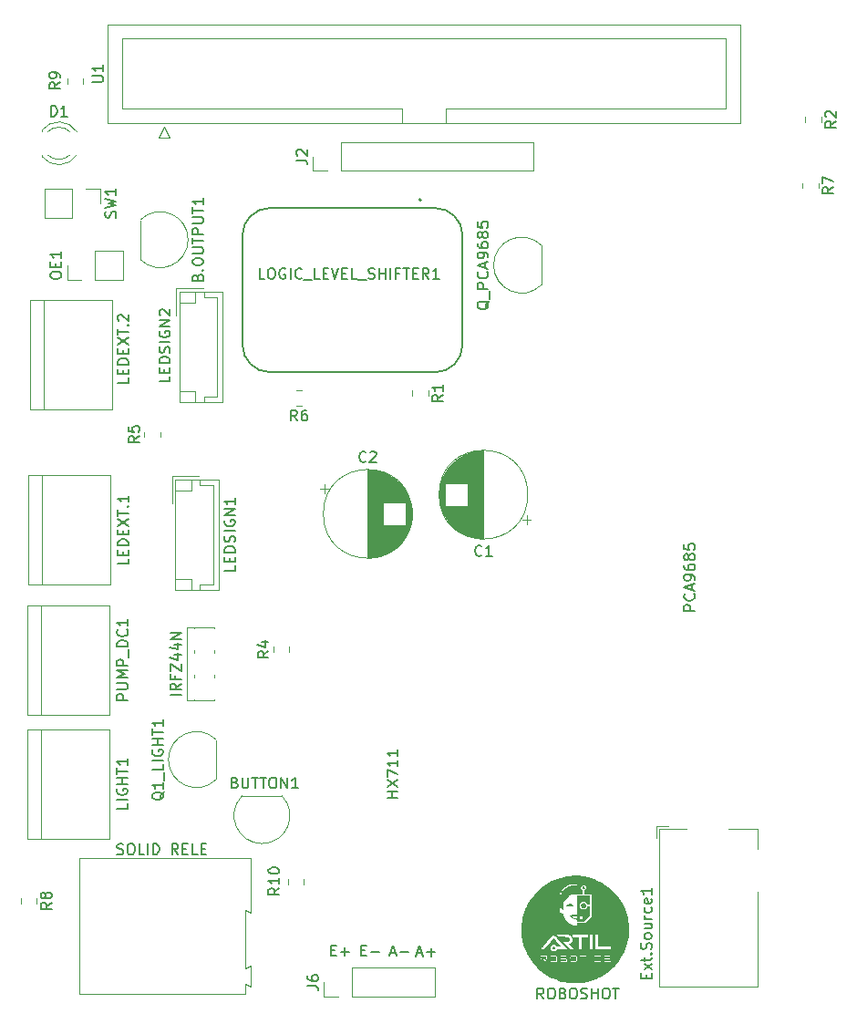
<source format=gto>
G04 #@! TF.GenerationSoftware,KiCad,Pcbnew,(6.0.2)*
G04 #@! TF.CreationDate,2022-09-26T17:15:21-05:00*
G04 #@! TF.ProjectId,Roboshot,526f626f-7368-46f7-942e-6b696361645f,rev?*
G04 #@! TF.SameCoordinates,Original*
G04 #@! TF.FileFunction,Legend,Top*
G04 #@! TF.FilePolarity,Positive*
%FSLAX46Y46*%
G04 Gerber Fmt 4.6, Leading zero omitted, Abs format (unit mm)*
G04 Created by KiCad (PCBNEW (6.0.2)) date 2022-09-26 17:15:21*
%MOMM*%
%LPD*%
G01*
G04 APERTURE LIST*
%ADD10C,0.150000*%
%ADD11C,0.120000*%
%ADD12C,0.127000*%
%ADD13C,0.200000*%
G04 APERTURE END LIST*
D10*
X263091257Y-195553066D02*
X263567447Y-195553066D01*
X262996019Y-195838780D02*
X263329352Y-194838780D01*
X263662685Y-195838780D01*
X263996019Y-195457828D02*
X264757923Y-195457828D01*
X264376971Y-195838780D02*
X264376971Y-195076876D01*
X260601257Y-195523066D02*
X261077447Y-195523066D01*
X260506019Y-195808780D02*
X260839352Y-194808780D01*
X261172685Y-195808780D01*
X261506019Y-195427828D02*
X262267923Y-195427828D01*
X257885066Y-195284971D02*
X258218400Y-195284971D01*
X258361257Y-195808780D02*
X257885066Y-195808780D01*
X257885066Y-194808780D01*
X258361257Y-194808780D01*
X258789828Y-195427828D02*
X259551733Y-195427828D01*
X255105066Y-195284971D02*
X255438400Y-195284971D01*
X255581257Y-195808780D02*
X255105066Y-195808780D01*
X255105066Y-194808780D01*
X255581257Y-194808780D01*
X256009828Y-195427828D02*
X256771733Y-195427828D01*
X256390780Y-195808780D02*
X256390780Y-195046876D01*
X235220542Y-186331161D02*
X235363400Y-186378780D01*
X235601495Y-186378780D01*
X235696733Y-186331161D01*
X235744352Y-186283542D01*
X235791971Y-186188304D01*
X235791971Y-186093066D01*
X235744352Y-185997828D01*
X235696733Y-185950209D01*
X235601495Y-185902590D01*
X235411019Y-185854971D01*
X235315780Y-185807352D01*
X235268161Y-185759733D01*
X235220542Y-185664495D01*
X235220542Y-185569257D01*
X235268161Y-185474019D01*
X235315780Y-185426400D01*
X235411019Y-185378780D01*
X235649114Y-185378780D01*
X235791971Y-185426400D01*
X236411019Y-185378780D02*
X236601495Y-185378780D01*
X236696733Y-185426400D01*
X236791971Y-185521638D01*
X236839590Y-185712114D01*
X236839590Y-186045447D01*
X236791971Y-186235923D01*
X236696733Y-186331161D01*
X236601495Y-186378780D01*
X236411019Y-186378780D01*
X236315780Y-186331161D01*
X236220542Y-186235923D01*
X236172923Y-186045447D01*
X236172923Y-185712114D01*
X236220542Y-185521638D01*
X236315780Y-185426400D01*
X236411019Y-185378780D01*
X237744352Y-186378780D02*
X237268161Y-186378780D01*
X237268161Y-185378780D01*
X238077685Y-186378780D02*
X238077685Y-185378780D01*
X238553876Y-186378780D02*
X238553876Y-185378780D01*
X238791971Y-185378780D01*
X238934828Y-185426400D01*
X239030066Y-185521638D01*
X239077685Y-185616876D01*
X239125304Y-185807352D01*
X239125304Y-185950209D01*
X239077685Y-186140685D01*
X239030066Y-186235923D01*
X238934828Y-186331161D01*
X238791971Y-186378780D01*
X238553876Y-186378780D01*
X240887209Y-186378780D02*
X240553876Y-185902590D01*
X240315780Y-186378780D02*
X240315780Y-185378780D01*
X240696733Y-185378780D01*
X240791971Y-185426400D01*
X240839590Y-185474019D01*
X240887209Y-185569257D01*
X240887209Y-185712114D01*
X240839590Y-185807352D01*
X240791971Y-185854971D01*
X240696733Y-185902590D01*
X240315780Y-185902590D01*
X241315780Y-185854971D02*
X241649114Y-185854971D01*
X241791971Y-186378780D02*
X241315780Y-186378780D01*
X241315780Y-185378780D01*
X241791971Y-185378780D01*
X242696733Y-186378780D02*
X242220542Y-186378780D01*
X242220542Y-185378780D01*
X243030066Y-185854971D02*
X243363400Y-185854971D01*
X243506257Y-186378780D02*
X243030066Y-186378780D01*
X243030066Y-185378780D01*
X243506257Y-185378780D01*
X274825542Y-199778780D02*
X274492209Y-199302590D01*
X274254114Y-199778780D02*
X274254114Y-198778780D01*
X274635066Y-198778780D01*
X274730304Y-198826400D01*
X274777923Y-198874019D01*
X274825542Y-198969257D01*
X274825542Y-199112114D01*
X274777923Y-199207352D01*
X274730304Y-199254971D01*
X274635066Y-199302590D01*
X274254114Y-199302590D01*
X275444590Y-198778780D02*
X275635066Y-198778780D01*
X275730304Y-198826400D01*
X275825542Y-198921638D01*
X275873161Y-199112114D01*
X275873161Y-199445447D01*
X275825542Y-199635923D01*
X275730304Y-199731161D01*
X275635066Y-199778780D01*
X275444590Y-199778780D01*
X275349352Y-199731161D01*
X275254114Y-199635923D01*
X275206495Y-199445447D01*
X275206495Y-199112114D01*
X275254114Y-198921638D01*
X275349352Y-198826400D01*
X275444590Y-198778780D01*
X276635066Y-199254971D02*
X276777923Y-199302590D01*
X276825542Y-199350209D01*
X276873161Y-199445447D01*
X276873161Y-199588304D01*
X276825542Y-199683542D01*
X276777923Y-199731161D01*
X276682685Y-199778780D01*
X276301733Y-199778780D01*
X276301733Y-198778780D01*
X276635066Y-198778780D01*
X276730304Y-198826400D01*
X276777923Y-198874019D01*
X276825542Y-198969257D01*
X276825542Y-199064495D01*
X276777923Y-199159733D01*
X276730304Y-199207352D01*
X276635066Y-199254971D01*
X276301733Y-199254971D01*
X277492209Y-198778780D02*
X277682685Y-198778780D01*
X277777923Y-198826400D01*
X277873161Y-198921638D01*
X277920780Y-199112114D01*
X277920780Y-199445447D01*
X277873161Y-199635923D01*
X277777923Y-199731161D01*
X277682685Y-199778780D01*
X277492209Y-199778780D01*
X277396971Y-199731161D01*
X277301733Y-199635923D01*
X277254114Y-199445447D01*
X277254114Y-199112114D01*
X277301733Y-198921638D01*
X277396971Y-198826400D01*
X277492209Y-198778780D01*
X278301733Y-199731161D02*
X278444590Y-199778780D01*
X278682685Y-199778780D01*
X278777923Y-199731161D01*
X278825542Y-199683542D01*
X278873161Y-199588304D01*
X278873161Y-199493066D01*
X278825542Y-199397828D01*
X278777923Y-199350209D01*
X278682685Y-199302590D01*
X278492209Y-199254971D01*
X278396971Y-199207352D01*
X278349352Y-199159733D01*
X278301733Y-199064495D01*
X278301733Y-198969257D01*
X278349352Y-198874019D01*
X278396971Y-198826400D01*
X278492209Y-198778780D01*
X278730304Y-198778780D01*
X278873161Y-198826400D01*
X279301733Y-199778780D02*
X279301733Y-198778780D01*
X279301733Y-199254971D02*
X279873161Y-199254971D01*
X279873161Y-199778780D02*
X279873161Y-198778780D01*
X280539828Y-198778780D02*
X280730304Y-198778780D01*
X280825542Y-198826400D01*
X280920780Y-198921638D01*
X280968400Y-199112114D01*
X280968400Y-199445447D01*
X280920780Y-199635923D01*
X280825542Y-199731161D01*
X280730304Y-199778780D01*
X280539828Y-199778780D01*
X280444590Y-199731161D01*
X280349352Y-199635923D01*
X280301733Y-199445447D01*
X280301733Y-199112114D01*
X280349352Y-198921638D01*
X280444590Y-198826400D01*
X280539828Y-198778780D01*
X281254114Y-198778780D02*
X281825542Y-198778780D01*
X281539828Y-199778780D02*
X281539828Y-198778780D01*
X250280780Y-189499257D02*
X249804590Y-189832590D01*
X250280780Y-190070685D02*
X249280780Y-190070685D01*
X249280780Y-189689733D01*
X249328400Y-189594495D01*
X249376019Y-189546876D01*
X249471257Y-189499257D01*
X249614114Y-189499257D01*
X249709352Y-189546876D01*
X249756971Y-189594495D01*
X249804590Y-189689733D01*
X249804590Y-190070685D01*
X250280780Y-188546876D02*
X250280780Y-189118304D01*
X250280780Y-188832590D02*
X249280780Y-188832590D01*
X249423638Y-188927828D01*
X249518876Y-189023066D01*
X249566495Y-189118304D01*
X249280780Y-187927828D02*
X249280780Y-187832590D01*
X249328400Y-187737352D01*
X249376019Y-187689733D01*
X249471257Y-187642114D01*
X249661733Y-187594495D01*
X249899828Y-187594495D01*
X250090304Y-187642114D01*
X250185542Y-187689733D01*
X250233161Y-187737352D01*
X250280780Y-187832590D01*
X250280780Y-187927828D01*
X250233161Y-188023066D01*
X250185542Y-188070685D01*
X250090304Y-188118304D01*
X249899828Y-188165923D01*
X249661733Y-188165923D01*
X249471257Y-188118304D01*
X249376019Y-188070685D01*
X249328400Y-188023066D01*
X249280780Y-187927828D01*
X246180780Y-159543542D02*
X246180780Y-160019733D01*
X245180780Y-160019733D01*
X245656971Y-159210209D02*
X245656971Y-158876876D01*
X246180780Y-158734019D02*
X246180780Y-159210209D01*
X245180780Y-159210209D01*
X245180780Y-158734019D01*
X246180780Y-158305447D02*
X245180780Y-158305447D01*
X245180780Y-158067352D01*
X245228400Y-157924495D01*
X245323638Y-157829257D01*
X245418876Y-157781638D01*
X245609352Y-157734019D01*
X245752209Y-157734019D01*
X245942685Y-157781638D01*
X246037923Y-157829257D01*
X246133161Y-157924495D01*
X246180780Y-158067352D01*
X246180780Y-158305447D01*
X246133161Y-157353066D02*
X246180780Y-157210209D01*
X246180780Y-156972114D01*
X246133161Y-156876876D01*
X246085542Y-156829257D01*
X245990304Y-156781638D01*
X245895066Y-156781638D01*
X245799828Y-156829257D01*
X245752209Y-156876876D01*
X245704590Y-156972114D01*
X245656971Y-157162590D01*
X245609352Y-157257828D01*
X245561733Y-157305447D01*
X245466495Y-157353066D01*
X245371257Y-157353066D01*
X245276019Y-157305447D01*
X245228400Y-157257828D01*
X245180780Y-157162590D01*
X245180780Y-156924495D01*
X245228400Y-156781638D01*
X246180780Y-156353066D02*
X245180780Y-156353066D01*
X245228400Y-155353066D02*
X245180780Y-155448304D01*
X245180780Y-155591161D01*
X245228400Y-155734019D01*
X245323638Y-155829257D01*
X245418876Y-155876876D01*
X245609352Y-155924495D01*
X245752209Y-155924495D01*
X245942685Y-155876876D01*
X246037923Y-155829257D01*
X246133161Y-155734019D01*
X246180780Y-155591161D01*
X246180780Y-155495923D01*
X246133161Y-155353066D01*
X246085542Y-155305447D01*
X245752209Y-155305447D01*
X245752209Y-155495923D01*
X246180780Y-154876876D02*
X245180780Y-154876876D01*
X246180780Y-154305447D01*
X245180780Y-154305447D01*
X246180780Y-153305447D02*
X246180780Y-153876876D01*
X246180780Y-153591161D02*
X245180780Y-153591161D01*
X245323638Y-153686400D01*
X245418876Y-153781638D01*
X245466495Y-153876876D01*
X284336971Y-197883066D02*
X284336971Y-197549733D01*
X284860780Y-197406876D02*
X284860780Y-197883066D01*
X283860780Y-197883066D01*
X283860780Y-197406876D01*
X284860780Y-197073542D02*
X284194114Y-196549733D01*
X284194114Y-197073542D02*
X284860780Y-196549733D01*
X284194114Y-196311638D02*
X284194114Y-195930685D01*
X283860780Y-196168780D02*
X284717923Y-196168780D01*
X284813161Y-196121161D01*
X284860780Y-196025923D01*
X284860780Y-195930685D01*
X284765542Y-195597352D02*
X284813161Y-195549733D01*
X284860780Y-195597352D01*
X284813161Y-195644971D01*
X284765542Y-195597352D01*
X284860780Y-195597352D01*
X284813161Y-195168780D02*
X284860780Y-195025923D01*
X284860780Y-194787828D01*
X284813161Y-194692590D01*
X284765542Y-194644971D01*
X284670304Y-194597352D01*
X284575066Y-194597352D01*
X284479828Y-194644971D01*
X284432209Y-194692590D01*
X284384590Y-194787828D01*
X284336971Y-194978304D01*
X284289352Y-195073542D01*
X284241733Y-195121161D01*
X284146495Y-195168780D01*
X284051257Y-195168780D01*
X283956019Y-195121161D01*
X283908400Y-195073542D01*
X283860780Y-194978304D01*
X283860780Y-194740209D01*
X283908400Y-194597352D01*
X284860780Y-194025923D02*
X284813161Y-194121161D01*
X284765542Y-194168780D01*
X284670304Y-194216400D01*
X284384590Y-194216400D01*
X284289352Y-194168780D01*
X284241733Y-194121161D01*
X284194114Y-194025923D01*
X284194114Y-193883066D01*
X284241733Y-193787828D01*
X284289352Y-193740209D01*
X284384590Y-193692590D01*
X284670304Y-193692590D01*
X284765542Y-193740209D01*
X284813161Y-193787828D01*
X284860780Y-193883066D01*
X284860780Y-194025923D01*
X284194114Y-192835447D02*
X284860780Y-192835447D01*
X284194114Y-193264019D02*
X284717923Y-193264019D01*
X284813161Y-193216400D01*
X284860780Y-193121161D01*
X284860780Y-192978304D01*
X284813161Y-192883066D01*
X284765542Y-192835447D01*
X284860780Y-192359257D02*
X284194114Y-192359257D01*
X284384590Y-192359257D02*
X284289352Y-192311638D01*
X284241733Y-192264019D01*
X284194114Y-192168780D01*
X284194114Y-192073542D01*
X284813161Y-191311638D02*
X284860780Y-191406876D01*
X284860780Y-191597352D01*
X284813161Y-191692590D01*
X284765542Y-191740209D01*
X284670304Y-191787828D01*
X284384590Y-191787828D01*
X284289352Y-191740209D01*
X284241733Y-191692590D01*
X284194114Y-191597352D01*
X284194114Y-191406876D01*
X284241733Y-191311638D01*
X284813161Y-190502114D02*
X284860780Y-190597352D01*
X284860780Y-190787828D01*
X284813161Y-190883066D01*
X284717923Y-190930685D01*
X284336971Y-190930685D01*
X284241733Y-190883066D01*
X284194114Y-190787828D01*
X284194114Y-190597352D01*
X284241733Y-190502114D01*
X284336971Y-190454495D01*
X284432209Y-190454495D01*
X284527447Y-190930685D01*
X284860780Y-189502114D02*
X284860780Y-190073542D01*
X284860780Y-189787828D02*
X283860780Y-189787828D01*
X284003638Y-189883066D01*
X284098876Y-189978304D01*
X284146495Y-190073542D01*
X236220780Y-172020685D02*
X235220780Y-172020685D01*
X235220780Y-171639733D01*
X235268400Y-171544495D01*
X235316019Y-171496876D01*
X235411257Y-171449257D01*
X235554114Y-171449257D01*
X235649352Y-171496876D01*
X235696971Y-171544495D01*
X235744590Y-171639733D01*
X235744590Y-172020685D01*
X235220780Y-171020685D02*
X236030304Y-171020685D01*
X236125542Y-170973066D01*
X236173161Y-170925447D01*
X236220780Y-170830209D01*
X236220780Y-170639733D01*
X236173161Y-170544495D01*
X236125542Y-170496876D01*
X236030304Y-170449257D01*
X235220780Y-170449257D01*
X236220780Y-169973066D02*
X235220780Y-169973066D01*
X235935066Y-169639733D01*
X235220780Y-169306400D01*
X236220780Y-169306400D01*
X236220780Y-168830209D02*
X235220780Y-168830209D01*
X235220780Y-168449257D01*
X235268400Y-168354019D01*
X235316019Y-168306400D01*
X235411257Y-168258780D01*
X235554114Y-168258780D01*
X235649352Y-168306400D01*
X235696971Y-168354019D01*
X235744590Y-168449257D01*
X235744590Y-168830209D01*
X236316019Y-168068304D02*
X236316019Y-167306400D01*
X236220780Y-167068304D02*
X235220780Y-167068304D01*
X235220780Y-166830209D01*
X235268400Y-166687352D01*
X235363638Y-166592114D01*
X235458876Y-166544495D01*
X235649352Y-166496876D01*
X235792209Y-166496876D01*
X235982685Y-166544495D01*
X236077923Y-166592114D01*
X236173161Y-166687352D01*
X236220780Y-166830209D01*
X236220780Y-167068304D01*
X236125542Y-165496876D02*
X236173161Y-165544495D01*
X236220780Y-165687352D01*
X236220780Y-165782590D01*
X236173161Y-165925447D01*
X236077923Y-166020685D01*
X235982685Y-166068304D01*
X235792209Y-166115923D01*
X235649352Y-166115923D01*
X235458876Y-166068304D01*
X235363638Y-166020685D01*
X235268400Y-165925447D01*
X235220780Y-165782590D01*
X235220780Y-165687352D01*
X235268400Y-165544495D01*
X235316019Y-165496876D01*
X236220780Y-164544495D02*
X236220780Y-165115923D01*
X236220780Y-164830209D02*
X235220780Y-164830209D01*
X235363638Y-164925447D01*
X235458876Y-165020685D01*
X235506495Y-165115923D01*
X301970780Y-118290566D02*
X301494590Y-118623900D01*
X301970780Y-118861995D02*
X300970780Y-118861995D01*
X300970780Y-118481042D01*
X301018400Y-118385804D01*
X301066019Y-118338185D01*
X301161257Y-118290566D01*
X301304114Y-118290566D01*
X301399352Y-118338185D01*
X301446971Y-118385804D01*
X301494590Y-118481042D01*
X301494590Y-118861995D01*
X301066019Y-117909614D02*
X301018400Y-117861995D01*
X300970780Y-117766757D01*
X300970780Y-117528661D01*
X301018400Y-117433423D01*
X301066019Y-117385804D01*
X301161257Y-117338185D01*
X301256495Y-117338185D01*
X301399352Y-117385804D01*
X301970780Y-117957233D01*
X301970780Y-117338185D01*
X261300780Y-181086876D02*
X260300780Y-181086876D01*
X260776971Y-181086876D02*
X260776971Y-180515447D01*
X261300780Y-180515447D02*
X260300780Y-180515447D01*
X260300780Y-180134495D02*
X261300780Y-179467828D01*
X260300780Y-179467828D02*
X261300780Y-180134495D01*
X260300780Y-179182114D02*
X260300780Y-178515447D01*
X261300780Y-178944019D01*
X261300780Y-177610685D02*
X261300780Y-178182114D01*
X261300780Y-177896400D02*
X260300780Y-177896400D01*
X260443638Y-177991638D01*
X260538876Y-178086876D01*
X260586495Y-178182114D01*
X261300780Y-176658304D02*
X261300780Y-177229733D01*
X261300780Y-176944019D02*
X260300780Y-176944019D01*
X260443638Y-177039257D01*
X260538876Y-177134495D01*
X260586495Y-177229733D01*
X236200780Y-181630923D02*
X236200780Y-182107114D01*
X235200780Y-182107114D01*
X236200780Y-181297590D02*
X235200780Y-181297590D01*
X235248400Y-180297590D02*
X235200780Y-180392828D01*
X235200780Y-180535685D01*
X235248400Y-180678542D01*
X235343638Y-180773780D01*
X235438876Y-180821400D01*
X235629352Y-180869019D01*
X235772209Y-180869019D01*
X235962685Y-180821400D01*
X236057923Y-180773780D01*
X236153161Y-180678542D01*
X236200780Y-180535685D01*
X236200780Y-180440447D01*
X236153161Y-180297590D01*
X236105542Y-180249971D01*
X235772209Y-180249971D01*
X235772209Y-180440447D01*
X236200780Y-179821400D02*
X235200780Y-179821400D01*
X235676971Y-179821400D02*
X235676971Y-179249971D01*
X236200780Y-179249971D02*
X235200780Y-179249971D01*
X235200780Y-178916638D02*
X235200780Y-178345209D01*
X236200780Y-178630923D02*
X235200780Y-178630923D01*
X236200780Y-177488066D02*
X236200780Y-178059495D01*
X236200780Y-177773780D02*
X235200780Y-177773780D01*
X235343638Y-177869019D01*
X235438876Y-177964257D01*
X235486495Y-178059495D01*
X239576019Y-180566400D02*
X239528400Y-180661638D01*
X239433161Y-180756876D01*
X239290304Y-180899733D01*
X239242685Y-180994971D01*
X239242685Y-181090209D01*
X239480780Y-181042590D02*
X239433161Y-181137828D01*
X239337923Y-181233066D01*
X239147447Y-181280685D01*
X238814114Y-181280685D01*
X238623638Y-181233066D01*
X238528400Y-181137828D01*
X238480780Y-181042590D01*
X238480780Y-180852114D01*
X238528400Y-180756876D01*
X238623638Y-180661638D01*
X238814114Y-180614019D01*
X239147447Y-180614019D01*
X239337923Y-180661638D01*
X239433161Y-180756876D01*
X239480780Y-180852114D01*
X239480780Y-181042590D01*
X239480780Y-179661638D02*
X239480780Y-180233066D01*
X239480780Y-179947352D02*
X238480780Y-179947352D01*
X238623638Y-180042590D01*
X238718876Y-180137828D01*
X238766495Y-180233066D01*
X239576019Y-179471161D02*
X239576019Y-178709257D01*
X239480780Y-177994971D02*
X239480780Y-178471161D01*
X238480780Y-178471161D01*
X239480780Y-177661638D02*
X238480780Y-177661638D01*
X238528400Y-176661638D02*
X238480780Y-176756876D01*
X238480780Y-176899733D01*
X238528400Y-177042590D01*
X238623638Y-177137828D01*
X238718876Y-177185447D01*
X238909352Y-177233066D01*
X239052209Y-177233066D01*
X239242685Y-177185447D01*
X239337923Y-177137828D01*
X239433161Y-177042590D01*
X239480780Y-176899733D01*
X239480780Y-176804495D01*
X239433161Y-176661638D01*
X239385542Y-176614019D01*
X239052209Y-176614019D01*
X239052209Y-176804495D01*
X239480780Y-176185447D02*
X238480780Y-176185447D01*
X238956971Y-176185447D02*
X238956971Y-175614019D01*
X239480780Y-175614019D02*
X238480780Y-175614019D01*
X238480780Y-175280685D02*
X238480780Y-174709257D01*
X239480780Y-174994971D02*
X238480780Y-174994971D01*
X239480780Y-173852114D02*
X239480780Y-174423542D01*
X239480780Y-174137828D02*
X238480780Y-174137828D01*
X238623638Y-174233066D01*
X238718876Y-174328304D01*
X238766495Y-174423542D01*
X236290780Y-158923066D02*
X236290780Y-159399257D01*
X235290780Y-159399257D01*
X235766971Y-158589733D02*
X235766971Y-158256400D01*
X236290780Y-158113542D02*
X236290780Y-158589733D01*
X235290780Y-158589733D01*
X235290780Y-158113542D01*
X236290780Y-157684971D02*
X235290780Y-157684971D01*
X235290780Y-157446876D01*
X235338400Y-157304019D01*
X235433638Y-157208780D01*
X235528876Y-157161161D01*
X235719352Y-157113542D01*
X235862209Y-157113542D01*
X236052685Y-157161161D01*
X236147923Y-157208780D01*
X236243161Y-157304019D01*
X236290780Y-157446876D01*
X236290780Y-157684971D01*
X235766971Y-156684971D02*
X235766971Y-156351638D01*
X236290780Y-156208780D02*
X236290780Y-156684971D01*
X235290780Y-156684971D01*
X235290780Y-156208780D01*
X235290780Y-155875447D02*
X236290780Y-155208780D01*
X235290780Y-155208780D02*
X236290780Y-155875447D01*
X235290780Y-154970685D02*
X235290780Y-154399257D01*
X236290780Y-154684971D02*
X235290780Y-154684971D01*
X236195542Y-154065923D02*
X236243161Y-154018304D01*
X236290780Y-154065923D01*
X236243161Y-154113542D01*
X236195542Y-154065923D01*
X236290780Y-154065923D01*
X236290780Y-153065923D02*
X236290780Y-153637352D01*
X236290780Y-153351638D02*
X235290780Y-153351638D01*
X235433638Y-153446876D01*
X235528876Y-153542114D01*
X235576495Y-153637352D01*
X288875780Y-163751638D02*
X287875780Y-163751638D01*
X287875780Y-163370685D01*
X287923400Y-163275447D01*
X287971019Y-163227828D01*
X288066257Y-163180209D01*
X288209114Y-163180209D01*
X288304352Y-163227828D01*
X288351971Y-163275447D01*
X288399590Y-163370685D01*
X288399590Y-163751638D01*
X288780542Y-162180209D02*
X288828161Y-162227828D01*
X288875780Y-162370685D01*
X288875780Y-162465923D01*
X288828161Y-162608780D01*
X288732923Y-162704019D01*
X288637685Y-162751638D01*
X288447209Y-162799257D01*
X288304352Y-162799257D01*
X288113876Y-162751638D01*
X288018638Y-162704019D01*
X287923400Y-162608780D01*
X287875780Y-162465923D01*
X287875780Y-162370685D01*
X287923400Y-162227828D01*
X287971019Y-162180209D01*
X288590066Y-161799257D02*
X288590066Y-161323066D01*
X288875780Y-161894495D02*
X287875780Y-161561161D01*
X288875780Y-161227828D01*
X288875780Y-160846876D02*
X288875780Y-160656400D01*
X288828161Y-160561161D01*
X288780542Y-160513542D01*
X288637685Y-160418304D01*
X288447209Y-160370685D01*
X288066257Y-160370685D01*
X287971019Y-160418304D01*
X287923400Y-160465923D01*
X287875780Y-160561161D01*
X287875780Y-160751638D01*
X287923400Y-160846876D01*
X287971019Y-160894495D01*
X288066257Y-160942114D01*
X288304352Y-160942114D01*
X288399590Y-160894495D01*
X288447209Y-160846876D01*
X288494828Y-160751638D01*
X288494828Y-160561161D01*
X288447209Y-160465923D01*
X288399590Y-160418304D01*
X288304352Y-160370685D01*
X287875780Y-159513542D02*
X287875780Y-159704019D01*
X287923400Y-159799257D01*
X287971019Y-159846876D01*
X288113876Y-159942114D01*
X288304352Y-159989733D01*
X288685304Y-159989733D01*
X288780542Y-159942114D01*
X288828161Y-159894495D01*
X288875780Y-159799257D01*
X288875780Y-159608780D01*
X288828161Y-159513542D01*
X288780542Y-159465923D01*
X288685304Y-159418304D01*
X288447209Y-159418304D01*
X288351971Y-159465923D01*
X288304352Y-159513542D01*
X288256733Y-159608780D01*
X288256733Y-159799257D01*
X288304352Y-159894495D01*
X288351971Y-159942114D01*
X288447209Y-159989733D01*
X288304352Y-158846876D02*
X288256733Y-158942114D01*
X288209114Y-158989733D01*
X288113876Y-159037352D01*
X288066257Y-159037352D01*
X287971019Y-158989733D01*
X287923400Y-158942114D01*
X287875780Y-158846876D01*
X287875780Y-158656400D01*
X287923400Y-158561161D01*
X287971019Y-158513542D01*
X288066257Y-158465923D01*
X288113876Y-158465923D01*
X288209114Y-158513542D01*
X288256733Y-158561161D01*
X288304352Y-158656400D01*
X288304352Y-158846876D01*
X288351971Y-158942114D01*
X288399590Y-158989733D01*
X288494828Y-159037352D01*
X288685304Y-159037352D01*
X288780542Y-158989733D01*
X288828161Y-158942114D01*
X288875780Y-158846876D01*
X288875780Y-158656400D01*
X288828161Y-158561161D01*
X288780542Y-158513542D01*
X288685304Y-158465923D01*
X288494828Y-158465923D01*
X288399590Y-158513542D01*
X288351971Y-158561161D01*
X288304352Y-158656400D01*
X287875780Y-157561161D02*
X287875780Y-158037352D01*
X288351971Y-158084971D01*
X288304352Y-158037352D01*
X288256733Y-157942114D01*
X288256733Y-157704019D01*
X288304352Y-157608780D01*
X288351971Y-157561161D01*
X288447209Y-157513542D01*
X288685304Y-157513542D01*
X288780542Y-157561161D01*
X288828161Y-157608780D01*
X288875780Y-157704019D01*
X288875780Y-157942114D01*
X288828161Y-158037352D01*
X288780542Y-158084971D01*
X241160780Y-171551352D02*
X240160780Y-171551352D01*
X241160780Y-170503733D02*
X240684590Y-170837066D01*
X241160780Y-171075161D02*
X240160780Y-171075161D01*
X240160780Y-170694209D01*
X240208400Y-170598971D01*
X240256019Y-170551352D01*
X240351257Y-170503733D01*
X240494114Y-170503733D01*
X240589352Y-170551352D01*
X240636971Y-170598971D01*
X240684590Y-170694209D01*
X240684590Y-171075161D01*
X240636971Y-169741828D02*
X240636971Y-170075161D01*
X241160780Y-170075161D02*
X240160780Y-170075161D01*
X240160780Y-169598971D01*
X240160780Y-169313257D02*
X240160780Y-168646590D01*
X241160780Y-169313257D01*
X241160780Y-168646590D01*
X240494114Y-167837066D02*
X241160780Y-167837066D01*
X240113161Y-168075161D02*
X240827447Y-168313257D01*
X240827447Y-167694209D01*
X240494114Y-166884685D02*
X241160780Y-166884685D01*
X240113161Y-167122780D02*
X240827447Y-167360876D01*
X240827447Y-166741828D01*
X241160780Y-166360876D02*
X240160780Y-166360876D01*
X241160780Y-165789447D01*
X240160780Y-165789447D01*
X237280780Y-147533066D02*
X236804590Y-147866400D01*
X237280780Y-148104495D02*
X236280780Y-148104495D01*
X236280780Y-147723542D01*
X236328400Y-147628304D01*
X236376019Y-147580685D01*
X236471257Y-147533066D01*
X236614114Y-147533066D01*
X236709352Y-147580685D01*
X236756971Y-147628304D01*
X236804590Y-147723542D01*
X236804590Y-148104495D01*
X236280780Y-146628304D02*
X236280780Y-147104495D01*
X236756971Y-147152114D01*
X236709352Y-147104495D01*
X236661733Y-147009257D01*
X236661733Y-146771161D01*
X236709352Y-146675923D01*
X236756971Y-146628304D01*
X236852209Y-146580685D01*
X237090304Y-146580685D01*
X237185542Y-146628304D01*
X237233161Y-146675923D01*
X237280780Y-146771161D01*
X237280780Y-147009257D01*
X237233161Y-147104495D01*
X237185542Y-147152114D01*
X229070304Y-117838780D02*
X229070304Y-116838780D01*
X229308400Y-116838780D01*
X229451257Y-116886400D01*
X229546495Y-116981638D01*
X229594114Y-117076876D01*
X229641733Y-117267352D01*
X229641733Y-117410209D01*
X229594114Y-117600685D01*
X229546495Y-117695923D01*
X229451257Y-117791161D01*
X229308400Y-117838780D01*
X229070304Y-117838780D01*
X230594114Y-117838780D02*
X230022685Y-117838780D01*
X230308400Y-117838780D02*
X230308400Y-116838780D01*
X230213161Y-116981638D01*
X230117923Y-117076876D01*
X230022685Y-117124495D01*
X242706971Y-132772590D02*
X242754590Y-132629733D01*
X242802209Y-132582114D01*
X242897447Y-132534495D01*
X243040304Y-132534495D01*
X243135542Y-132582114D01*
X243183161Y-132629733D01*
X243230780Y-132724971D01*
X243230780Y-133105923D01*
X242230780Y-133105923D01*
X242230780Y-132772590D01*
X242278400Y-132677352D01*
X242326019Y-132629733D01*
X242421257Y-132582114D01*
X242516495Y-132582114D01*
X242611733Y-132629733D01*
X242659352Y-132677352D01*
X242706971Y-132772590D01*
X242706971Y-133105923D01*
X243135542Y-132105923D02*
X243183161Y-132058304D01*
X243230780Y-132105923D01*
X243183161Y-132153542D01*
X243135542Y-132105923D01*
X243230780Y-132105923D01*
X242230780Y-131439257D02*
X242230780Y-131248780D01*
X242278400Y-131153542D01*
X242373638Y-131058304D01*
X242564114Y-131010685D01*
X242897447Y-131010685D01*
X243087923Y-131058304D01*
X243183161Y-131153542D01*
X243230780Y-131248780D01*
X243230780Y-131439257D01*
X243183161Y-131534495D01*
X243087923Y-131629733D01*
X242897447Y-131677352D01*
X242564114Y-131677352D01*
X242373638Y-131629733D01*
X242278400Y-131534495D01*
X242230780Y-131439257D01*
X242230780Y-130582114D02*
X243040304Y-130582114D01*
X243135542Y-130534495D01*
X243183161Y-130486876D01*
X243230780Y-130391638D01*
X243230780Y-130201161D01*
X243183161Y-130105923D01*
X243135542Y-130058304D01*
X243040304Y-130010685D01*
X242230780Y-130010685D01*
X242230780Y-129677352D02*
X242230780Y-129105923D01*
X243230780Y-129391638D02*
X242230780Y-129391638D01*
X243230780Y-128772590D02*
X242230780Y-128772590D01*
X242230780Y-128391638D01*
X242278400Y-128296400D01*
X242326019Y-128248780D01*
X242421257Y-128201161D01*
X242564114Y-128201161D01*
X242659352Y-128248780D01*
X242706971Y-128296400D01*
X242754590Y-128391638D01*
X242754590Y-128772590D01*
X242230780Y-127772590D02*
X243040304Y-127772590D01*
X243135542Y-127724971D01*
X243183161Y-127677352D01*
X243230780Y-127582114D01*
X243230780Y-127391638D01*
X243183161Y-127296400D01*
X243135542Y-127248780D01*
X243040304Y-127201161D01*
X242230780Y-127201161D01*
X242230780Y-126867828D02*
X242230780Y-126296400D01*
X243230780Y-126582114D02*
X242230780Y-126582114D01*
X243230780Y-125439257D02*
X243230780Y-126010685D01*
X243230780Y-125724971D02*
X242230780Y-125724971D01*
X242373638Y-125820209D01*
X242468876Y-125915447D01*
X242516495Y-126010685D01*
X258329082Y-149853542D02*
X258281463Y-149901161D01*
X258138606Y-149948780D01*
X258043368Y-149948780D01*
X257900510Y-149901161D01*
X257805272Y-149805923D01*
X257757653Y-149710685D01*
X257710034Y-149520209D01*
X257710034Y-149377352D01*
X257757653Y-149186876D01*
X257805272Y-149091638D01*
X257900510Y-148996400D01*
X258043368Y-148948780D01*
X258138606Y-148948780D01*
X258281463Y-148996400D01*
X258329082Y-149044019D01*
X258710034Y-149044019D02*
X258757653Y-148996400D01*
X258852891Y-148948780D01*
X259090987Y-148948780D01*
X259186225Y-148996400D01*
X259233844Y-149044019D01*
X259281463Y-149139257D01*
X259281463Y-149234495D01*
X259233844Y-149377352D01*
X258662415Y-149948780D01*
X259281463Y-149948780D01*
X252890780Y-198569733D02*
X253605066Y-198569733D01*
X253747923Y-198617352D01*
X253843161Y-198712590D01*
X253890780Y-198855447D01*
X253890780Y-198950685D01*
X252890780Y-197664971D02*
X252890780Y-197855447D01*
X252938400Y-197950685D01*
X252986019Y-197998304D01*
X253128876Y-198093542D01*
X253319352Y-198141161D01*
X253700304Y-198141161D01*
X253795542Y-198093542D01*
X253843161Y-198045923D01*
X253890780Y-197950685D01*
X253890780Y-197760209D01*
X253843161Y-197664971D01*
X253795542Y-197617352D01*
X253700304Y-197569733D01*
X253462209Y-197569733D01*
X253366971Y-197617352D01*
X253319352Y-197664971D01*
X253271733Y-197760209D01*
X253271733Y-197950685D01*
X253319352Y-198045923D01*
X253366971Y-198093542D01*
X253462209Y-198141161D01*
X301720780Y-124425566D02*
X301244590Y-124758900D01*
X301720780Y-124996995D02*
X300720780Y-124996995D01*
X300720780Y-124616042D01*
X300768400Y-124520804D01*
X300816019Y-124473185D01*
X300911257Y-124425566D01*
X301054114Y-124425566D01*
X301149352Y-124473185D01*
X301196971Y-124520804D01*
X301244590Y-124616042D01*
X301244590Y-124996995D01*
X300720780Y-124092233D02*
X300720780Y-123425566D01*
X301720780Y-123854138D01*
X232940780Y-114640804D02*
X233750304Y-114640804D01*
X233845542Y-114593185D01*
X233893161Y-114545566D01*
X233940780Y-114450328D01*
X233940780Y-114259852D01*
X233893161Y-114164614D01*
X233845542Y-114116995D01*
X233750304Y-114069376D01*
X232940780Y-114069376D01*
X233940780Y-113069376D02*
X233940780Y-113640804D01*
X233940780Y-113355090D02*
X232940780Y-113355090D01*
X233083638Y-113450328D01*
X233178876Y-113545566D01*
X233226495Y-113640804D01*
X246170304Y-179704971D02*
X246313161Y-179752590D01*
X246360780Y-179800209D01*
X246408400Y-179895447D01*
X246408400Y-180038304D01*
X246360780Y-180133542D01*
X246313161Y-180181161D01*
X246217923Y-180228780D01*
X245836971Y-180228780D01*
X245836971Y-179228780D01*
X246170304Y-179228780D01*
X246265542Y-179276400D01*
X246313161Y-179324019D01*
X246360780Y-179419257D01*
X246360780Y-179514495D01*
X246313161Y-179609733D01*
X246265542Y-179657352D01*
X246170304Y-179704971D01*
X245836971Y-179704971D01*
X246836971Y-179228780D02*
X246836971Y-180038304D01*
X246884590Y-180133542D01*
X246932209Y-180181161D01*
X247027447Y-180228780D01*
X247217923Y-180228780D01*
X247313161Y-180181161D01*
X247360780Y-180133542D01*
X247408400Y-180038304D01*
X247408400Y-179228780D01*
X247741733Y-179228780D02*
X248313161Y-179228780D01*
X248027447Y-180228780D02*
X248027447Y-179228780D01*
X248503638Y-179228780D02*
X249075066Y-179228780D01*
X248789352Y-180228780D02*
X248789352Y-179228780D01*
X249598876Y-179228780D02*
X249789352Y-179228780D01*
X249884590Y-179276400D01*
X249979828Y-179371638D01*
X250027447Y-179562114D01*
X250027447Y-179895447D01*
X249979828Y-180085923D01*
X249884590Y-180181161D01*
X249789352Y-180228780D01*
X249598876Y-180228780D01*
X249503638Y-180181161D01*
X249408400Y-180085923D01*
X249360780Y-179895447D01*
X249360780Y-179562114D01*
X249408400Y-179371638D01*
X249503638Y-179276400D01*
X249598876Y-179228780D01*
X250456019Y-180228780D02*
X250456019Y-179228780D01*
X251027447Y-180228780D01*
X251027447Y-179228780D01*
X252027447Y-180228780D02*
X251456019Y-180228780D01*
X251741733Y-180228780D02*
X251741733Y-179228780D01*
X251646495Y-179371638D01*
X251551257Y-179466876D01*
X251456019Y-179514495D01*
X229940780Y-114693066D02*
X229464590Y-115026400D01*
X229940780Y-115264495D02*
X228940780Y-115264495D01*
X228940780Y-114883542D01*
X228988400Y-114788304D01*
X229036019Y-114740685D01*
X229131257Y-114693066D01*
X229274114Y-114693066D01*
X229369352Y-114740685D01*
X229416971Y-114788304D01*
X229464590Y-114883542D01*
X229464590Y-115264495D01*
X229940780Y-114216876D02*
X229940780Y-114026400D01*
X229893161Y-113931161D01*
X229845542Y-113883542D01*
X229702685Y-113788304D01*
X229512209Y-113740685D01*
X229131257Y-113740685D01*
X229036019Y-113788304D01*
X228988400Y-113835923D01*
X228940780Y-113931161D01*
X228940780Y-114121638D01*
X228988400Y-114216876D01*
X229036019Y-114264495D01*
X229131257Y-114312114D01*
X229369352Y-114312114D01*
X229464590Y-114264495D01*
X229512209Y-114216876D01*
X229559828Y-114121638D01*
X229559828Y-113931161D01*
X229512209Y-113835923D01*
X229464590Y-113788304D01*
X229369352Y-113740685D01*
X249280780Y-167493066D02*
X248804590Y-167826400D01*
X249280780Y-168064495D02*
X248280780Y-168064495D01*
X248280780Y-167683542D01*
X248328400Y-167588304D01*
X248376019Y-167540685D01*
X248471257Y-167493066D01*
X248614114Y-167493066D01*
X248709352Y-167540685D01*
X248756971Y-167588304D01*
X248804590Y-167683542D01*
X248804590Y-168064495D01*
X248614114Y-166635923D02*
X249280780Y-166635923D01*
X248233161Y-166874019D02*
X248947447Y-167112114D01*
X248947447Y-166493066D01*
X229140780Y-190850566D02*
X228664590Y-191183900D01*
X229140780Y-191421995D02*
X228140780Y-191421995D01*
X228140780Y-191041042D01*
X228188400Y-190945804D01*
X228236019Y-190898185D01*
X228331257Y-190850566D01*
X228474114Y-190850566D01*
X228569352Y-190898185D01*
X228616971Y-190945804D01*
X228664590Y-191041042D01*
X228664590Y-191421995D01*
X228569352Y-190279138D02*
X228521733Y-190374376D01*
X228474114Y-190421995D01*
X228378876Y-190469614D01*
X228331257Y-190469614D01*
X228236019Y-190421995D01*
X228188400Y-190374376D01*
X228140780Y-190279138D01*
X228140780Y-190088661D01*
X228188400Y-189993423D01*
X228236019Y-189945804D01*
X228331257Y-189898185D01*
X228378876Y-189898185D01*
X228474114Y-189945804D01*
X228521733Y-189993423D01*
X228569352Y-190088661D01*
X228569352Y-190279138D01*
X228616971Y-190374376D01*
X228664590Y-190421995D01*
X228759828Y-190469614D01*
X228950304Y-190469614D01*
X229045542Y-190421995D01*
X229093161Y-190374376D01*
X229140780Y-190279138D01*
X229140780Y-190088661D01*
X229093161Y-189993423D01*
X229045542Y-189945804D01*
X228950304Y-189898185D01*
X228759828Y-189898185D01*
X228664590Y-189945804D01*
X228616971Y-189993423D01*
X228569352Y-190088661D01*
X251865780Y-121904733D02*
X252580066Y-121904733D01*
X252722923Y-121952352D01*
X252818161Y-122047590D01*
X252865780Y-122190447D01*
X252865780Y-122285685D01*
X251961019Y-121476161D02*
X251913400Y-121428542D01*
X251865780Y-121333304D01*
X251865780Y-121095209D01*
X251913400Y-120999971D01*
X251961019Y-120952352D01*
X252056257Y-120904733D01*
X252151495Y-120904733D01*
X252294352Y-120952352D01*
X252865780Y-121523780D01*
X252865780Y-120904733D01*
X236290780Y-142103066D02*
X236290780Y-142579257D01*
X235290780Y-142579257D01*
X235766971Y-141769733D02*
X235766971Y-141436400D01*
X236290780Y-141293542D02*
X236290780Y-141769733D01*
X235290780Y-141769733D01*
X235290780Y-141293542D01*
X236290780Y-140864971D02*
X235290780Y-140864971D01*
X235290780Y-140626876D01*
X235338400Y-140484019D01*
X235433638Y-140388780D01*
X235528876Y-140341161D01*
X235719352Y-140293542D01*
X235862209Y-140293542D01*
X236052685Y-140341161D01*
X236147923Y-140388780D01*
X236243161Y-140484019D01*
X236290780Y-140626876D01*
X236290780Y-140864971D01*
X235766971Y-139864971D02*
X235766971Y-139531638D01*
X236290780Y-139388780D02*
X236290780Y-139864971D01*
X235290780Y-139864971D01*
X235290780Y-139388780D01*
X235290780Y-139055447D02*
X236290780Y-138388780D01*
X235290780Y-138388780D02*
X236290780Y-139055447D01*
X235290780Y-138150685D02*
X235290780Y-137579257D01*
X236290780Y-137864971D02*
X235290780Y-137864971D01*
X236195542Y-137245923D02*
X236243161Y-137198304D01*
X236290780Y-137245923D01*
X236243161Y-137293542D01*
X236195542Y-137245923D01*
X236290780Y-137245923D01*
X235386019Y-136817352D02*
X235338400Y-136769733D01*
X235290780Y-136674495D01*
X235290780Y-136436400D01*
X235338400Y-136341161D01*
X235386019Y-136293542D01*
X235481257Y-136245923D01*
X235576495Y-136245923D01*
X235719352Y-136293542D01*
X236290780Y-136864971D01*
X236290780Y-136245923D01*
X265480780Y-143703066D02*
X265004590Y-144036400D01*
X265480780Y-144274495D02*
X264480780Y-144274495D01*
X264480780Y-143893542D01*
X264528400Y-143798304D01*
X264576019Y-143750685D01*
X264671257Y-143703066D01*
X264814114Y-143703066D01*
X264909352Y-143750685D01*
X264956971Y-143798304D01*
X265004590Y-143893542D01*
X265004590Y-144274495D01*
X265480780Y-142750685D02*
X265480780Y-143322114D01*
X265480780Y-143036400D02*
X264480780Y-143036400D01*
X264623638Y-143131638D01*
X264718876Y-143226876D01*
X264766495Y-143322114D01*
X269776019Y-134984733D02*
X269728400Y-135079971D01*
X269633161Y-135175209D01*
X269490304Y-135318066D01*
X269442685Y-135413304D01*
X269442685Y-135508542D01*
X269680780Y-135460923D02*
X269633161Y-135556161D01*
X269537923Y-135651400D01*
X269347447Y-135699019D01*
X269014114Y-135699019D01*
X268823638Y-135651400D01*
X268728400Y-135556161D01*
X268680780Y-135460923D01*
X268680780Y-135270447D01*
X268728400Y-135175209D01*
X268823638Y-135079971D01*
X269014114Y-135032352D01*
X269347447Y-135032352D01*
X269537923Y-135079971D01*
X269633161Y-135175209D01*
X269680780Y-135270447D01*
X269680780Y-135460923D01*
X269776019Y-134841876D02*
X269776019Y-134079971D01*
X269680780Y-133841876D02*
X268680780Y-133841876D01*
X268680780Y-133460923D01*
X268728400Y-133365685D01*
X268776019Y-133318066D01*
X268871257Y-133270447D01*
X269014114Y-133270447D01*
X269109352Y-133318066D01*
X269156971Y-133365685D01*
X269204590Y-133460923D01*
X269204590Y-133841876D01*
X269585542Y-132270447D02*
X269633161Y-132318066D01*
X269680780Y-132460923D01*
X269680780Y-132556161D01*
X269633161Y-132699019D01*
X269537923Y-132794257D01*
X269442685Y-132841876D01*
X269252209Y-132889495D01*
X269109352Y-132889495D01*
X268918876Y-132841876D01*
X268823638Y-132794257D01*
X268728400Y-132699019D01*
X268680780Y-132556161D01*
X268680780Y-132460923D01*
X268728400Y-132318066D01*
X268776019Y-132270447D01*
X269395066Y-131889495D02*
X269395066Y-131413304D01*
X269680780Y-131984733D02*
X268680780Y-131651400D01*
X269680780Y-131318066D01*
X269680780Y-130937114D02*
X269680780Y-130746638D01*
X269633161Y-130651400D01*
X269585542Y-130603780D01*
X269442685Y-130508542D01*
X269252209Y-130460923D01*
X268871257Y-130460923D01*
X268776019Y-130508542D01*
X268728400Y-130556161D01*
X268680780Y-130651400D01*
X268680780Y-130841876D01*
X268728400Y-130937114D01*
X268776019Y-130984733D01*
X268871257Y-131032352D01*
X269109352Y-131032352D01*
X269204590Y-130984733D01*
X269252209Y-130937114D01*
X269299828Y-130841876D01*
X269299828Y-130651400D01*
X269252209Y-130556161D01*
X269204590Y-130508542D01*
X269109352Y-130460923D01*
X268680780Y-129603780D02*
X268680780Y-129794257D01*
X268728400Y-129889495D01*
X268776019Y-129937114D01*
X268918876Y-130032352D01*
X269109352Y-130079971D01*
X269490304Y-130079971D01*
X269585542Y-130032352D01*
X269633161Y-129984733D01*
X269680780Y-129889495D01*
X269680780Y-129699019D01*
X269633161Y-129603780D01*
X269585542Y-129556161D01*
X269490304Y-129508542D01*
X269252209Y-129508542D01*
X269156971Y-129556161D01*
X269109352Y-129603780D01*
X269061733Y-129699019D01*
X269061733Y-129889495D01*
X269109352Y-129984733D01*
X269156971Y-130032352D01*
X269252209Y-130079971D01*
X269109352Y-128937114D02*
X269061733Y-129032352D01*
X269014114Y-129079971D01*
X268918876Y-129127590D01*
X268871257Y-129127590D01*
X268776019Y-129079971D01*
X268728400Y-129032352D01*
X268680780Y-128937114D01*
X268680780Y-128746638D01*
X268728400Y-128651400D01*
X268776019Y-128603780D01*
X268871257Y-128556161D01*
X268918876Y-128556161D01*
X269014114Y-128603780D01*
X269061733Y-128651400D01*
X269109352Y-128746638D01*
X269109352Y-128937114D01*
X269156971Y-129032352D01*
X269204590Y-129079971D01*
X269299828Y-129127590D01*
X269490304Y-129127590D01*
X269585542Y-129079971D01*
X269633161Y-129032352D01*
X269680780Y-128937114D01*
X269680780Y-128746638D01*
X269633161Y-128651400D01*
X269585542Y-128603780D01*
X269490304Y-128556161D01*
X269299828Y-128556161D01*
X269204590Y-128603780D01*
X269156971Y-128651400D01*
X269109352Y-128746638D01*
X268680780Y-127651400D02*
X268680780Y-128127590D01*
X269156971Y-128175209D01*
X269109352Y-128127590D01*
X269061733Y-128032352D01*
X269061733Y-127794257D01*
X269109352Y-127699019D01*
X269156971Y-127651400D01*
X269252209Y-127603780D01*
X269490304Y-127603780D01*
X269585542Y-127651400D01*
X269633161Y-127699019D01*
X269680780Y-127794257D01*
X269680780Y-128032352D01*
X269633161Y-128127590D01*
X269585542Y-128175209D01*
X235068161Y-127239733D02*
X235115780Y-127096876D01*
X235115780Y-126858780D01*
X235068161Y-126763542D01*
X235020542Y-126715923D01*
X234925304Y-126668304D01*
X234830066Y-126668304D01*
X234734828Y-126715923D01*
X234687209Y-126763542D01*
X234639590Y-126858780D01*
X234591971Y-127049257D01*
X234544352Y-127144495D01*
X234496733Y-127192114D01*
X234401495Y-127239733D01*
X234306257Y-127239733D01*
X234211019Y-127192114D01*
X234163400Y-127144495D01*
X234115780Y-127049257D01*
X234115780Y-126811161D01*
X234163400Y-126668304D01*
X234115780Y-126334971D02*
X235115780Y-126096876D01*
X234401495Y-125906400D01*
X235115780Y-125715923D01*
X234115780Y-125477828D01*
X235115780Y-124573066D02*
X235115780Y-125144495D01*
X235115780Y-124858780D02*
X234115780Y-124858780D01*
X234258638Y-124954019D01*
X234353876Y-125049257D01*
X234401495Y-125144495D01*
X248935066Y-132928780D02*
X248458876Y-132928780D01*
X248458876Y-131928780D01*
X249458876Y-131928780D02*
X249649352Y-131928780D01*
X249744590Y-131976400D01*
X249839828Y-132071638D01*
X249887447Y-132262114D01*
X249887447Y-132595447D01*
X249839828Y-132785923D01*
X249744590Y-132881161D01*
X249649352Y-132928780D01*
X249458876Y-132928780D01*
X249363638Y-132881161D01*
X249268400Y-132785923D01*
X249220780Y-132595447D01*
X249220780Y-132262114D01*
X249268400Y-132071638D01*
X249363638Y-131976400D01*
X249458876Y-131928780D01*
X250839828Y-131976400D02*
X250744590Y-131928780D01*
X250601733Y-131928780D01*
X250458876Y-131976400D01*
X250363638Y-132071638D01*
X250316019Y-132166876D01*
X250268400Y-132357352D01*
X250268400Y-132500209D01*
X250316019Y-132690685D01*
X250363638Y-132785923D01*
X250458876Y-132881161D01*
X250601733Y-132928780D01*
X250696971Y-132928780D01*
X250839828Y-132881161D01*
X250887447Y-132833542D01*
X250887447Y-132500209D01*
X250696971Y-132500209D01*
X251316019Y-132928780D02*
X251316019Y-131928780D01*
X252363638Y-132833542D02*
X252316019Y-132881161D01*
X252173161Y-132928780D01*
X252077923Y-132928780D01*
X251935066Y-132881161D01*
X251839828Y-132785923D01*
X251792209Y-132690685D01*
X251744590Y-132500209D01*
X251744590Y-132357352D01*
X251792209Y-132166876D01*
X251839828Y-132071638D01*
X251935066Y-131976400D01*
X252077923Y-131928780D01*
X252173161Y-131928780D01*
X252316019Y-131976400D01*
X252363638Y-132024019D01*
X252554114Y-133024019D02*
X253316019Y-133024019D01*
X254030304Y-132928780D02*
X253554114Y-132928780D01*
X253554114Y-131928780D01*
X254363638Y-132404971D02*
X254696971Y-132404971D01*
X254839828Y-132928780D02*
X254363638Y-132928780D01*
X254363638Y-131928780D01*
X254839828Y-131928780D01*
X255125542Y-131928780D02*
X255458876Y-132928780D01*
X255792209Y-131928780D01*
X256125542Y-132404971D02*
X256458876Y-132404971D01*
X256601733Y-132928780D02*
X256125542Y-132928780D01*
X256125542Y-131928780D01*
X256601733Y-131928780D01*
X257506495Y-132928780D02*
X257030304Y-132928780D01*
X257030304Y-131928780D01*
X257601733Y-133024019D02*
X258363638Y-133024019D01*
X258554114Y-132881161D02*
X258696971Y-132928780D01*
X258935066Y-132928780D01*
X259030304Y-132881161D01*
X259077923Y-132833542D01*
X259125542Y-132738304D01*
X259125542Y-132643066D01*
X259077923Y-132547828D01*
X259030304Y-132500209D01*
X258935066Y-132452590D01*
X258744590Y-132404971D01*
X258649352Y-132357352D01*
X258601733Y-132309733D01*
X258554114Y-132214495D01*
X258554114Y-132119257D01*
X258601733Y-132024019D01*
X258649352Y-131976400D01*
X258744590Y-131928780D01*
X258982685Y-131928780D01*
X259125542Y-131976400D01*
X259554114Y-132928780D02*
X259554114Y-131928780D01*
X259554114Y-132404971D02*
X260125542Y-132404971D01*
X260125542Y-132928780D02*
X260125542Y-131928780D01*
X260601733Y-132928780D02*
X260601733Y-131928780D01*
X261411257Y-132404971D02*
X261077923Y-132404971D01*
X261077923Y-132928780D02*
X261077923Y-131928780D01*
X261554114Y-131928780D01*
X261792209Y-131928780D02*
X262363638Y-131928780D01*
X262077923Y-132928780D02*
X262077923Y-131928780D01*
X262696971Y-132404971D02*
X263030304Y-132404971D01*
X263173161Y-132928780D02*
X262696971Y-132928780D01*
X262696971Y-131928780D01*
X263173161Y-131928780D01*
X264173161Y-132928780D02*
X263839828Y-132452590D01*
X263601733Y-132928780D02*
X263601733Y-131928780D01*
X263982685Y-131928780D01*
X264077923Y-131976400D01*
X264125542Y-132024019D01*
X264173161Y-132119257D01*
X264173161Y-132262114D01*
X264125542Y-132357352D01*
X264077923Y-132404971D01*
X263982685Y-132452590D01*
X263601733Y-132452590D01*
X265125542Y-132928780D02*
X264554114Y-132928780D01*
X264839828Y-132928780D02*
X264839828Y-131928780D01*
X264744590Y-132071638D01*
X264649352Y-132166876D01*
X264554114Y-132214495D01*
X229030780Y-132690209D02*
X229030780Y-132499733D01*
X229078400Y-132404495D01*
X229173638Y-132309257D01*
X229364114Y-132261638D01*
X229697447Y-132261638D01*
X229887923Y-132309257D01*
X229983161Y-132404495D01*
X230030780Y-132499733D01*
X230030780Y-132690209D01*
X229983161Y-132785447D01*
X229887923Y-132880685D01*
X229697447Y-132928304D01*
X229364114Y-132928304D01*
X229173638Y-132880685D01*
X229078400Y-132785447D01*
X229030780Y-132690209D01*
X229506971Y-131833066D02*
X229506971Y-131499733D01*
X230030780Y-131356876D02*
X230030780Y-131833066D01*
X229030780Y-131833066D01*
X229030780Y-131356876D01*
X230030780Y-130404495D02*
X230030780Y-130975923D01*
X230030780Y-130690209D02*
X229030780Y-130690209D01*
X229173638Y-130785447D01*
X229268876Y-130880685D01*
X229316495Y-130975923D01*
X240130780Y-141983542D02*
X240130780Y-142459733D01*
X239130780Y-142459733D01*
X239606971Y-141650209D02*
X239606971Y-141316876D01*
X240130780Y-141174019D02*
X240130780Y-141650209D01*
X239130780Y-141650209D01*
X239130780Y-141174019D01*
X240130780Y-140745447D02*
X239130780Y-140745447D01*
X239130780Y-140507352D01*
X239178400Y-140364495D01*
X239273638Y-140269257D01*
X239368876Y-140221638D01*
X239559352Y-140174019D01*
X239702209Y-140174019D01*
X239892685Y-140221638D01*
X239987923Y-140269257D01*
X240083161Y-140364495D01*
X240130780Y-140507352D01*
X240130780Y-140745447D01*
X240083161Y-139793066D02*
X240130780Y-139650209D01*
X240130780Y-139412114D01*
X240083161Y-139316876D01*
X240035542Y-139269257D01*
X239940304Y-139221638D01*
X239845066Y-139221638D01*
X239749828Y-139269257D01*
X239702209Y-139316876D01*
X239654590Y-139412114D01*
X239606971Y-139602590D01*
X239559352Y-139697828D01*
X239511733Y-139745447D01*
X239416495Y-139793066D01*
X239321257Y-139793066D01*
X239226019Y-139745447D01*
X239178400Y-139697828D01*
X239130780Y-139602590D01*
X239130780Y-139364495D01*
X239178400Y-139221638D01*
X240130780Y-138793066D02*
X239130780Y-138793066D01*
X239178400Y-137793066D02*
X239130780Y-137888304D01*
X239130780Y-138031161D01*
X239178400Y-138174019D01*
X239273638Y-138269257D01*
X239368876Y-138316876D01*
X239559352Y-138364495D01*
X239702209Y-138364495D01*
X239892685Y-138316876D01*
X239987923Y-138269257D01*
X240083161Y-138174019D01*
X240130780Y-138031161D01*
X240130780Y-137935923D01*
X240083161Y-137793066D01*
X240035542Y-137745447D01*
X239702209Y-137745447D01*
X239702209Y-137935923D01*
X240130780Y-137316876D02*
X239130780Y-137316876D01*
X240130780Y-136745447D01*
X239130780Y-136745447D01*
X239226019Y-136316876D02*
X239178400Y-136269257D01*
X239130780Y-136174019D01*
X239130780Y-135935923D01*
X239178400Y-135840685D01*
X239226019Y-135793066D01*
X239321257Y-135745447D01*
X239416495Y-135745447D01*
X239559352Y-135793066D01*
X240130780Y-136364495D01*
X240130780Y-135745447D01*
X251949233Y-146098780D02*
X251615900Y-145622590D01*
X251377804Y-146098780D02*
X251377804Y-145098780D01*
X251758757Y-145098780D01*
X251853995Y-145146400D01*
X251901614Y-145194019D01*
X251949233Y-145289257D01*
X251949233Y-145432114D01*
X251901614Y-145527352D01*
X251853995Y-145574971D01*
X251758757Y-145622590D01*
X251377804Y-145622590D01*
X252806376Y-145098780D02*
X252615900Y-145098780D01*
X252520661Y-145146400D01*
X252473042Y-145194019D01*
X252377804Y-145336876D01*
X252330185Y-145527352D01*
X252330185Y-145908304D01*
X252377804Y-146003542D01*
X252425423Y-146051161D01*
X252520661Y-146098780D01*
X252711138Y-146098780D01*
X252806376Y-146051161D01*
X252853995Y-146003542D01*
X252901614Y-145908304D01*
X252901614Y-145670209D01*
X252853995Y-145574971D01*
X252806376Y-145527352D01*
X252711138Y-145479733D01*
X252520661Y-145479733D01*
X252425423Y-145527352D01*
X252377804Y-145574971D01*
X252330185Y-145670209D01*
X269074384Y-158573542D02*
X269026765Y-158621161D01*
X268883908Y-158668780D01*
X268788670Y-158668780D01*
X268645812Y-158621161D01*
X268550574Y-158525923D01*
X268502955Y-158430685D01*
X268455336Y-158240209D01*
X268455336Y-158097352D01*
X268502955Y-157906876D01*
X268550574Y-157811638D01*
X268645812Y-157716400D01*
X268788670Y-157668780D01*
X268883908Y-157668780D01*
X269026765Y-157716400D01*
X269074384Y-157764019D01*
X270026765Y-158668780D02*
X269455336Y-158668780D01*
X269741051Y-158668780D02*
X269741051Y-157668780D01*
X269645812Y-157811638D01*
X269550574Y-157906876D01*
X269455336Y-157954495D01*
D11*
X247613400Y-186726400D02*
X231713400Y-186726400D01*
X247113400Y-196926400D02*
X247113400Y-191526400D01*
X247113400Y-199326400D02*
X247113400Y-198376400D01*
X247613400Y-196676400D02*
X247113400Y-196926400D01*
X247613400Y-191776400D02*
X247613400Y-186726400D01*
X247113400Y-198376400D02*
X247613400Y-198676400D01*
X247613400Y-198676400D02*
X247613400Y-196676400D01*
X231713400Y-199326400D02*
X247113400Y-199326400D01*
X231713400Y-186726400D02*
X231713400Y-199326400D01*
X247113400Y-191526400D02*
X247613400Y-191776400D01*
G36*
X278593999Y-189372275D02*
G01*
X278633086Y-189394487D01*
X278660388Y-189430490D01*
X278661150Y-189432069D01*
X278674307Y-189469340D01*
X278674042Y-189503071D01*
X278663771Y-189534858D01*
X278639316Y-189571007D01*
X278603288Y-189596177D01*
X278560423Y-189608164D01*
X278515459Y-189604766D01*
X278514217Y-189604428D01*
X278489458Y-189592528D01*
X278463705Y-189572941D01*
X278458657Y-189567984D01*
X278442858Y-189549145D01*
X278434600Y-189530314D01*
X278431541Y-189504293D01*
X278431225Y-189483688D01*
X278432089Y-189451609D01*
X278436579Y-189430844D01*
X278447541Y-189414201D01*
X278465814Y-189396327D01*
X278490882Y-189376217D01*
X278513908Y-189366920D01*
X278544265Y-189364663D01*
X278544524Y-189364663D01*
X278593999Y-189372275D01*
G37*
G36*
X277362564Y-190948340D02*
G01*
X277430915Y-190972779D01*
X277493110Y-191010467D01*
X277546528Y-191061003D01*
X277588553Y-191123989D01*
X277589343Y-191125538D01*
X277612033Y-191170315D01*
X277273890Y-191170315D01*
X277196825Y-191170184D01*
X277125928Y-191169808D01*
X277063249Y-191169220D01*
X277010841Y-191168449D01*
X276970753Y-191167525D01*
X276945040Y-191166479D01*
X276935750Y-191165342D01*
X276935746Y-191165317D01*
X276941489Y-191147136D01*
X276956630Y-191120018D01*
X276978035Y-191088665D01*
X277002571Y-191057776D01*
X277020060Y-191038819D01*
X277079934Y-190991038D01*
X277146739Y-190958498D01*
X277217858Y-190940801D01*
X277290672Y-190937548D01*
X277362564Y-190948340D01*
G37*
G36*
X278605412Y-190892152D02*
G01*
X278652750Y-190906151D01*
X278694718Y-190932500D01*
X278724075Y-190959640D01*
X278759702Y-191009048D01*
X278780990Y-191066703D01*
X278787258Y-191128342D01*
X278777823Y-191189701D01*
X278765946Y-191221245D01*
X278731648Y-191274813D01*
X278685737Y-191317093D01*
X278631522Y-191346510D01*
X278572314Y-191361489D01*
X278511423Y-191360454D01*
X278485532Y-191354690D01*
X278436249Y-191332407D01*
X278389343Y-191296955D01*
X278350906Y-191253309D01*
X278339814Y-191235658D01*
X278323144Y-191202115D01*
X278314705Y-191172345D01*
X278312069Y-191136632D01*
X278312038Y-191124538D01*
X278317391Y-191065590D01*
X278334180Y-191016442D01*
X278364727Y-190970776D01*
X278371316Y-190963063D01*
X278411821Y-190925160D01*
X278456252Y-190901488D01*
X278509332Y-190890035D01*
X278546975Y-190888192D01*
X278605412Y-190892152D01*
G37*
G36*
X277306692Y-192055443D02*
G01*
X277302202Y-192047809D01*
X277276739Y-192003939D01*
X277617854Y-192001510D01*
X277958969Y-191999080D01*
X277963691Y-190207282D01*
X279139610Y-190207282D01*
X279139610Y-191059750D01*
X278906664Y-191054566D01*
X278889388Y-191005469D01*
X278855377Y-190934578D01*
X278808447Y-190874530D01*
X278751059Y-190826353D01*
X278685676Y-190791079D01*
X278614757Y-190769738D01*
X278540766Y-190763360D01*
X278466164Y-190772976D01*
X278395311Y-190798673D01*
X278328629Y-190840896D01*
X278273333Y-190894981D01*
X278230798Y-190958265D01*
X278202399Y-191028086D01*
X278189512Y-191101780D01*
X278193513Y-191176686D01*
X278195250Y-191185905D01*
X278218837Y-191259634D01*
X278257087Y-191327787D01*
X278307315Y-191386813D01*
X278366836Y-191433167D01*
X278393479Y-191447771D01*
X278466231Y-191473428D01*
X278540833Y-191482398D01*
X278614771Y-191475777D01*
X278685533Y-191454662D01*
X278750605Y-191420150D01*
X278807476Y-191373336D01*
X278853631Y-191315317D01*
X278886558Y-191247189D01*
X278891976Y-191230273D01*
X278905395Y-191184205D01*
X279022503Y-191181614D01*
X279139610Y-191179022D01*
X279139610Y-192051655D01*
X278616424Y-192641241D01*
X278290011Y-192641943D01*
X277963599Y-192642645D01*
X277963599Y-192432089D01*
X277880729Y-192421462D01*
X277760659Y-192397436D01*
X277722457Y-192383837D01*
X278195097Y-192383837D01*
X278486785Y-192378737D01*
X278486785Y-192091679D01*
X278195097Y-192086579D01*
X278195097Y-192383837D01*
X277722457Y-192383837D01*
X277648787Y-192357612D01*
X277546284Y-192302745D01*
X277454320Y-192233590D01*
X277374066Y-192150904D01*
X277334640Y-192095042D01*
X277445042Y-192095042D01*
X277451816Y-192106221D01*
X277469820Y-192125496D01*
X277495578Y-192149704D01*
X277525614Y-192175683D01*
X277556450Y-192200272D01*
X277577694Y-192215682D01*
X277646948Y-192256628D01*
X277723943Y-192291060D01*
X277803122Y-192317044D01*
X277878929Y-192332646D01*
X277924244Y-192336312D01*
X277963599Y-192337067D01*
X277963599Y-192087049D01*
X277704321Y-192087049D01*
X277637186Y-192087322D01*
X277576511Y-192088094D01*
X277524636Y-192089293D01*
X277483904Y-192090846D01*
X277456660Y-192092681D01*
X277445245Y-192094725D01*
X277445042Y-192095042D01*
X277334640Y-192095042D01*
X277328667Y-192086579D01*
X277306692Y-192055443D01*
G37*
G36*
X275830260Y-194966064D02*
G01*
X275864635Y-194994473D01*
X275865173Y-194995108D01*
X275888459Y-195034854D01*
X275895369Y-195075862D01*
X275887491Y-195114888D01*
X275866412Y-195148689D01*
X275833719Y-195174022D01*
X275791000Y-195187643D01*
X275770220Y-195189092D01*
X275743649Y-195187044D01*
X275722943Y-195178441D01*
X275700432Y-195159676D01*
X275693825Y-195153177D01*
X275672116Y-195129196D01*
X275661376Y-195108871D01*
X275657995Y-195084436D01*
X275657875Y-195075837D01*
X275665508Y-195030827D01*
X275686131Y-194994732D01*
X275716331Y-194968878D01*
X275752695Y-194954596D01*
X275791809Y-194953215D01*
X275830260Y-194966064D01*
G37*
G36*
X277737194Y-195838963D02*
G01*
X277779350Y-195839836D01*
X277808449Y-195841557D01*
X277826307Y-195844199D01*
X277834741Y-195847836D01*
X277835480Y-195848726D01*
X277838459Y-195862546D01*
X277840726Y-195891308D01*
X277842304Y-195931767D01*
X277843220Y-195980680D01*
X277843497Y-196034801D01*
X277843161Y-196090888D01*
X277842237Y-196145696D01*
X277840749Y-196195980D01*
X277838722Y-196238497D01*
X277836181Y-196270003D01*
X277833151Y-196287252D01*
X277832108Y-196289207D01*
X277819981Y-196292385D01*
X277792585Y-196295081D01*
X277753162Y-196297271D01*
X277704958Y-196298931D01*
X277651216Y-196300034D01*
X277595180Y-196300556D01*
X277540095Y-196300473D01*
X277489205Y-196299760D01*
X277445754Y-196298392D01*
X277412987Y-196296343D01*
X277394146Y-196293589D01*
X277391626Y-196292580D01*
X277387773Y-196285881D01*
X277384930Y-196270138D01*
X277383023Y-196243532D01*
X277381979Y-196204247D01*
X277381725Y-196150466D01*
X277382187Y-196080372D01*
X277382366Y-196063538D01*
X277384853Y-195841952D01*
X277606439Y-195839466D01*
X277680162Y-195838864D01*
X277737194Y-195838963D01*
G37*
G36*
X276887582Y-195911293D02*
G01*
X276888257Y-195948218D01*
X276887435Y-195980196D01*
X276885295Y-196000698D01*
X276885090Y-196001577D01*
X276879834Y-196022521D01*
X276671371Y-196022521D01*
X276601138Y-196022306D01*
X276547454Y-196021584D01*
X276508351Y-196020243D01*
X276481862Y-196018167D01*
X276466018Y-196015243D01*
X276458854Y-196011356D01*
X276458169Y-196010172D01*
X276456292Y-195995643D01*
X276455459Y-195967830D01*
X276455786Y-195931950D01*
X276456145Y-195919888D01*
X276458859Y-195841952D01*
X276884816Y-195841952D01*
X276887582Y-195911293D01*
G37*
G36*
X276814762Y-196098618D02*
G01*
X276859306Y-196100027D01*
X276888430Y-196102464D01*
X276903158Y-196105967D01*
X276904493Y-196106821D01*
X276910878Y-196121266D01*
X276915190Y-196148691D01*
X276917382Y-196183668D01*
X276917405Y-196220768D01*
X276915211Y-196254562D01*
X276910752Y-196279622D01*
X276906114Y-196289207D01*
X276893969Y-196292400D01*
X276866553Y-196295104D01*
X276827112Y-196297295D01*
X276778890Y-196298949D01*
X276725130Y-196300042D01*
X276669078Y-196300551D01*
X276613977Y-196300450D01*
X276563071Y-196299717D01*
X276519604Y-196298327D01*
X276486822Y-196296255D01*
X276467968Y-196293479D01*
X276465450Y-196292467D01*
X276459628Y-196282710D01*
X276456414Y-196260957D01*
X276455582Y-196224775D01*
X276456190Y-196193065D01*
X276458859Y-196101231D01*
X276675310Y-196098742D01*
X276753772Y-196098202D01*
X276814762Y-196098618D01*
G37*
G36*
X275979831Y-196058403D02*
G01*
X275980372Y-196136865D01*
X275979955Y-196197855D01*
X275978547Y-196242399D01*
X275976109Y-196271522D01*
X275972606Y-196286251D01*
X275971753Y-196287586D01*
X275964600Y-196291864D01*
X275949787Y-196295120D01*
X275925262Y-196297474D01*
X275888972Y-196299044D01*
X275838866Y-196299947D01*
X275772892Y-196300302D01*
X275750474Y-196300319D01*
X275679510Y-196300101D01*
X275625009Y-196299370D01*
X275584919Y-196298006D01*
X275557190Y-196295892D01*
X275539769Y-196292909D01*
X275530604Y-196288940D01*
X275529196Y-196287586D01*
X275525471Y-196275686D01*
X275522818Y-196249601D01*
X275521201Y-196208306D01*
X275520584Y-196150775D01*
X275520930Y-196075984D01*
X275521118Y-196058403D01*
X275523606Y-195841952D01*
X275977343Y-195841952D01*
X275979831Y-196058403D01*
G37*
G36*
X274817318Y-195839277D02*
G01*
X274834899Y-195839464D01*
X275051349Y-195841952D01*
X275053988Y-195948329D01*
X275054805Y-195995223D01*
X275054239Y-196027061D01*
X275051901Y-196047278D01*
X275047404Y-196059312D01*
X275040643Y-196066393D01*
X275029074Y-196070646D01*
X275006453Y-196073784D01*
X274971059Y-196075898D01*
X274921167Y-196077077D01*
X274855056Y-196077409D01*
X274829656Y-196077350D01*
X274770742Y-196076889D01*
X274717634Y-196076018D01*
X274673295Y-196074824D01*
X274640690Y-196073392D01*
X274622782Y-196071807D01*
X274620762Y-196071331D01*
X274608898Y-196064832D01*
X274600984Y-196053822D01*
X274596241Y-196034927D01*
X274593889Y-196004773D01*
X274593145Y-195959987D01*
X274593124Y-195951890D01*
X274593894Y-195903929D01*
X274596576Y-195871918D01*
X274601472Y-195853359D01*
X274605715Y-195847543D01*
X274617616Y-195843817D01*
X274643700Y-195841164D01*
X274684996Y-195839547D01*
X274742526Y-195838930D01*
X274817318Y-195839277D01*
G37*
G36*
X273599651Y-196094424D02*
G01*
X273442658Y-195839652D01*
X273301155Y-195575513D01*
X273175580Y-195303016D01*
X273127953Y-195180969D01*
X274538966Y-195180969D01*
X274546645Y-195183688D01*
X274569891Y-195185984D01*
X274605754Y-195187702D01*
X274651282Y-195188685D01*
X274687125Y-195188851D01*
X274838371Y-195188575D01*
X275305065Y-194670295D01*
X275380023Y-194587140D01*
X275451415Y-194508112D01*
X275518272Y-194434273D01*
X275579624Y-194366688D01*
X275634500Y-194306419D01*
X275681929Y-194254531D01*
X275720942Y-194212087D01*
X275750569Y-194180150D01*
X275769838Y-194159785D01*
X275777779Y-194152055D01*
X275777893Y-194152014D01*
X275785035Y-194158703D01*
X275803447Y-194177963D01*
X275832021Y-194208589D01*
X275869654Y-194249376D01*
X275915238Y-194299115D01*
X275967668Y-194356603D01*
X276025838Y-194420631D01*
X276088643Y-194489994D01*
X276147167Y-194554822D01*
X276510307Y-194957629D01*
X276076332Y-194957629D01*
X276052956Y-194917741D01*
X276019789Y-194872816D01*
X275976001Y-194829598D01*
X275928194Y-194794087D01*
X275900260Y-194778947D01*
X275869037Y-194767664D01*
X275833459Y-194761374D01*
X275787067Y-194759020D01*
X275778089Y-194758938D01*
X275736492Y-194759507D01*
X275705918Y-194762780D01*
X275678903Y-194770350D01*
X275647984Y-194783811D01*
X275637264Y-194789024D01*
X275573682Y-194829372D01*
X275523192Y-194882043D01*
X275488925Y-194938409D01*
X275478779Y-194962140D01*
X275472491Y-194986804D01*
X275469226Y-195017813D01*
X275468152Y-195060579D01*
X275468127Y-195073378D01*
X275470555Y-195133108D01*
X275479128Y-195180326D01*
X275495953Y-195220595D01*
X275523140Y-195259478D01*
X275550039Y-195289451D01*
X275608862Y-195338575D01*
X275674426Y-195370761D01*
X275745336Y-195385711D01*
X275820200Y-195383126D01*
X275895366Y-195363549D01*
X275949246Y-195335549D01*
X275998898Y-195295004D01*
X276038153Y-195247268D01*
X276047417Y-195231527D01*
X276069823Y-195189291D01*
X277021679Y-195184497D01*
X276569792Y-194684461D01*
X276490432Y-194596656D01*
X276410510Y-194508252D01*
X276331556Y-194420938D01*
X276255096Y-194336402D01*
X276182661Y-194256336D01*
X276115778Y-194182427D01*
X276055975Y-194116366D01*
X276004782Y-194059841D01*
X275963726Y-194014541D01*
X275947778Y-193996961D01*
X275777652Y-193809498D01*
X275159852Y-194491155D01*
X275073239Y-194586767D01*
X274990175Y-194678553D01*
X274911502Y-194765578D01*
X274838061Y-194846905D01*
X274770695Y-194921600D01*
X274710245Y-194988728D01*
X274657554Y-195047352D01*
X274613463Y-195096538D01*
X274578814Y-195135349D01*
X274554450Y-195162852D01*
X274541211Y-195178110D01*
X274538966Y-195180969D01*
X273127953Y-195180969D01*
X273066374Y-195023167D01*
X272973977Y-194736973D01*
X272898827Y-194445443D01*
X272857792Y-194244614D01*
X272815948Y-193968991D01*
X272800722Y-193805608D01*
X276074572Y-193805608D01*
X276080439Y-193814014D01*
X276096649Y-193833702D01*
X276121114Y-193862224D01*
X276151746Y-193897134D01*
X276173318Y-193921357D01*
X276272064Y-194031635D01*
X276647890Y-194031737D01*
X276730953Y-194031899D01*
X276809376Y-194032319D01*
X276880964Y-194032966D01*
X276943523Y-194033807D01*
X276994858Y-194034812D01*
X277032776Y-194035949D01*
X277055083Y-194037187D01*
X277058608Y-194037606D01*
X277107079Y-194053241D01*
X277155330Y-194081837D01*
X277196843Y-194118937D01*
X277217607Y-194146279D01*
X277235106Y-194179536D01*
X277244713Y-194213022D01*
X277249010Y-194253857D01*
X277244593Y-194320926D01*
X277224028Y-194380358D01*
X277188263Y-194430465D01*
X277138249Y-194469560D01*
X277123044Y-194477706D01*
X277106684Y-194485142D01*
X277089925Y-194490774D01*
X277069760Y-194494944D01*
X277043185Y-194497993D01*
X277007192Y-194500265D01*
X276958776Y-194502100D01*
X276894932Y-194503842D01*
X276892912Y-194503892D01*
X276706548Y-194508522D01*
X277016144Y-194848824D01*
X277325740Y-195189127D01*
X277652695Y-195189127D01*
X277610669Y-195145142D01*
X277592003Y-195125222D01*
X277563435Y-195094247D01*
X277527447Y-195054932D01*
X277486523Y-195009994D01*
X277443145Y-194962146D01*
X277426510Y-194943739D01*
X277383312Y-194895979D01*
X277342067Y-194850531D01*
X277305143Y-194809995D01*
X277274912Y-194776969D01*
X277253741Y-194754053D01*
X277248278Y-194748234D01*
X277212179Y-194710149D01*
X277261699Y-194682201D01*
X277307684Y-194649958D01*
X277355464Y-194605849D01*
X277400098Y-194555258D01*
X277436643Y-194503570D01*
X277452694Y-194474138D01*
X277484249Y-194387080D01*
X277498338Y-194299336D01*
X277495837Y-194212806D01*
X277477617Y-194129387D01*
X277444552Y-194050977D01*
X277437920Y-194040895D01*
X277537642Y-194040895D01*
X278139538Y-194040895D01*
X278139538Y-195189127D01*
X278380296Y-195189127D01*
X279148870Y-195189127D01*
X279389629Y-195189127D01*
X279389629Y-194453848D01*
X279648907Y-194453848D01*
X279648939Y-194580803D01*
X279649056Y-194690539D01*
X279649286Y-194784357D01*
X279649657Y-194863559D01*
X279650200Y-194929446D01*
X279650941Y-194983319D01*
X279651911Y-195026479D01*
X279653138Y-195060227D01*
X279654650Y-195085864D01*
X279656477Y-195104693D01*
X279658648Y-195118012D01*
X279661190Y-195127125D01*
X279663934Y-195132999D01*
X279669903Y-195143458D01*
X279675451Y-195152520D01*
X279681872Y-195160284D01*
X279690457Y-195166852D01*
X279702501Y-195172324D01*
X279719298Y-195176800D01*
X279742139Y-195180380D01*
X279772319Y-195183166D01*
X279811130Y-195185258D01*
X279859867Y-195186756D01*
X279919821Y-195187761D01*
X279992288Y-195188373D01*
X280078559Y-195188693D01*
X280179929Y-195188821D01*
X280297690Y-195188858D01*
X280383033Y-195188881D01*
X281038450Y-195189127D01*
X281035859Y-195071063D01*
X281033267Y-194952999D01*
X279880405Y-194948229D01*
X279880405Y-193800137D01*
X279648907Y-193800137D01*
X279648907Y-194453848D01*
X279389629Y-194453848D01*
X279389629Y-193800137D01*
X279148870Y-193800137D01*
X279148870Y-195189127D01*
X278380296Y-195189127D01*
X278380296Y-194040895D01*
X278982192Y-194040895D01*
X278982192Y-193800137D01*
X277537642Y-193800137D01*
X277537642Y-194040895D01*
X277437920Y-194040895D01*
X277397517Y-193979476D01*
X277337385Y-193916782D01*
X277265028Y-193864794D01*
X277181322Y-193825409D01*
X277149359Y-193814910D01*
X277136259Y-193811657D01*
X277119884Y-193808909D01*
X277098687Y-193806623D01*
X277071125Y-193804760D01*
X277035650Y-193803278D01*
X276990718Y-193802138D01*
X276934784Y-193801299D01*
X276866302Y-193800720D01*
X276783727Y-193800360D01*
X276685514Y-193800180D01*
X276586818Y-193800137D01*
X276491349Y-193800233D01*
X276401662Y-193800509D01*
X276319424Y-193800947D01*
X276246303Y-193801529D01*
X276183964Y-193802239D01*
X276134075Y-193803057D01*
X276098302Y-193803965D01*
X276078313Y-193804948D01*
X276074572Y-193805608D01*
X272800722Y-193805608D01*
X272789605Y-193686314D01*
X272778820Y-193399745D01*
X272783646Y-193112444D01*
X272804138Y-192827576D01*
X272829522Y-192619495D01*
X272880896Y-192327671D01*
X272950213Y-192038647D01*
X273036964Y-191753647D01*
X273115451Y-191541867D01*
X276300264Y-191541867D01*
X276303971Y-191569014D01*
X276314238Y-191610611D01*
X276328863Y-191654545D01*
X276337426Y-191675280D01*
X276373343Y-191733516D01*
X276423338Y-191786194D01*
X276483121Y-191830139D01*
X276548405Y-191862177D01*
X276612413Y-191878806D01*
X276640460Y-191883969D01*
X276655338Y-191891587D01*
X276662380Y-191904878D01*
X276663588Y-191909670D01*
X276700948Y-192050811D01*
X276746730Y-192177811D01*
X276802603Y-192293778D01*
X276870239Y-192401817D01*
X276951309Y-192505035D01*
X277028240Y-192587511D01*
X277107278Y-192662224D01*
X277184124Y-192724449D01*
X277264678Y-192778355D01*
X277354841Y-192828110D01*
X277399952Y-192850177D01*
X277517127Y-192899117D01*
X277637069Y-192936857D01*
X277755491Y-192962316D01*
X277868106Y-192974414D01*
X277896464Y-192975245D01*
X277963599Y-192976003D01*
X277963599Y-192763024D01*
X278313161Y-192762826D01*
X278662724Y-192762627D01*
X279259990Y-192102217D01*
X279259990Y-190086903D01*
X278611794Y-190086903D01*
X278611794Y-189727418D01*
X278652709Y-189707611D01*
X278702452Y-189674442D01*
X278744508Y-189628868D01*
X278775966Y-189575381D01*
X278793917Y-189518471D01*
X278796993Y-189485007D01*
X278788518Y-189429589D01*
X278765127Y-189374352D01*
X278729867Y-189323977D01*
X278685788Y-189283141D01*
X278652522Y-189263299D01*
X278594715Y-189245598D01*
X278533283Y-189243130D01*
X278472564Y-189254921D01*
X278416897Y-189279996D01*
X278370617Y-189317383D01*
X278360834Y-189328777D01*
X278329711Y-189377054D01*
X278312361Y-189428361D01*
X278306631Y-189489102D01*
X278306623Y-189490134D01*
X278314787Y-189555193D01*
X278339502Y-189613069D01*
X278379620Y-189662033D01*
X278433993Y-189700357D01*
X278452060Y-189709144D01*
X278491415Y-189726632D01*
X278491415Y-190086903D01*
X277963599Y-190086903D01*
X277963599Y-189151650D01*
X277702006Y-189151704D01*
X277599503Y-189152256D01*
X277514146Y-189153901D01*
X277444586Y-189156688D01*
X277389478Y-189160672D01*
X277352443Y-189165119D01*
X277203870Y-189196470D01*
X277063989Y-189244145D01*
X276932500Y-189308296D01*
X276809104Y-189389075D01*
X276693503Y-189486633D01*
X276666950Y-189512496D01*
X276565713Y-189625177D01*
X276481567Y-189743910D01*
X276413699Y-189869993D01*
X276362772Y-190000186D01*
X276350284Y-190039631D01*
X276339763Y-190076386D01*
X276331044Y-190112460D01*
X276323959Y-190149862D01*
X276318342Y-190190601D01*
X276314025Y-190236685D01*
X276310842Y-190290124D01*
X276308626Y-190352926D01*
X276307209Y-190427099D01*
X276306425Y-190514654D01*
X276306107Y-190617597D01*
X276306070Y-190682459D01*
X276306070Y-191108072D01*
X276357783Y-191166974D01*
X276382305Y-191193835D01*
X276402752Y-191214275D01*
X276415774Y-191225014D01*
X276417973Y-191225875D01*
X276419786Y-191216828D01*
X276421428Y-191190534D01*
X276422878Y-191148268D01*
X276424113Y-191091301D01*
X276425110Y-191020908D01*
X276425847Y-190938362D01*
X276426301Y-190844935D01*
X276426450Y-190745571D01*
X276426530Y-190628977D01*
X276426861Y-190529089D01*
X276427581Y-190444092D01*
X276428827Y-190372173D01*
X276430735Y-190311518D01*
X276433443Y-190260313D01*
X276437087Y-190216745D01*
X276441805Y-190178998D01*
X276447734Y-190145260D01*
X276455010Y-190113717D01*
X276463771Y-190082554D01*
X276474155Y-190049958D01*
X276480409Y-190031344D01*
X276534008Y-189900973D01*
X276602697Y-189779286D01*
X276685133Y-189667643D01*
X276779972Y-189567402D01*
X276885873Y-189479924D01*
X277001493Y-189406568D01*
X277125489Y-189348693D01*
X277170786Y-189332289D01*
X277218032Y-189316944D01*
X277260089Y-189304816D01*
X277300259Y-189295467D01*
X277341842Y-189288461D01*
X277388139Y-189283361D01*
X277442453Y-189279727D01*
X277508082Y-189277124D01*
X277588329Y-189275114D01*
X277604776Y-189274777D01*
X277843220Y-189270010D01*
X277843220Y-190086903D01*
X277650706Y-190086903D01*
X277563981Y-190087737D01*
X277492870Y-190090736D01*
X277434525Y-190096644D01*
X277386096Y-190106204D01*
X277344732Y-190120162D01*
X277307584Y-190139261D01*
X277271801Y-190164245D01*
X277234968Y-190195468D01*
X277211824Y-190217779D01*
X277179690Y-190250817D01*
X277140219Y-190292720D01*
X277095062Y-190341623D01*
X277045871Y-190395662D01*
X276994298Y-190452975D01*
X276941992Y-190511697D01*
X276890607Y-190569964D01*
X276841794Y-190625912D01*
X276797203Y-190677679D01*
X276758487Y-190723399D01*
X276727297Y-190761210D01*
X276705284Y-190789248D01*
X276694100Y-190805648D01*
X276693837Y-190806165D01*
X276687983Y-190818531D01*
X276683238Y-190830773D01*
X276679451Y-190844957D01*
X276676474Y-190863151D01*
X276674157Y-190887420D01*
X276672350Y-190919831D01*
X276670904Y-190962451D01*
X276669670Y-191017346D01*
X276668497Y-191086584D01*
X276667236Y-191172230D01*
X276667208Y-191174210D01*
X276662578Y-191497573D01*
X276600073Y-191430046D01*
X276537569Y-191362520D01*
X276537569Y-191266418D01*
X276536743Y-191218092D01*
X276534178Y-191187047D01*
X276529743Y-191172109D01*
X276526805Y-191170315D01*
X276509654Y-191176071D01*
X276483567Y-191191161D01*
X276453180Y-191212319D01*
X276423128Y-191236282D01*
X276398050Y-191259784D01*
X276394853Y-191263234D01*
X276350651Y-191324532D01*
X276319266Y-191394384D01*
X276302027Y-191468320D01*
X276300264Y-191541867D01*
X273115451Y-191541867D01*
X273140642Y-191473895D01*
X273260736Y-191200614D01*
X273396738Y-190935028D01*
X273548139Y-190678362D01*
X273714431Y-190431839D01*
X273771693Y-190353978D01*
X273928181Y-190157063D01*
X274098843Y-189963407D01*
X274280384Y-189776309D01*
X274469508Y-189599068D01*
X274662917Y-189434986D01*
X274782811Y-189341853D01*
X275030025Y-189168142D01*
X275286121Y-189010431D01*
X275550303Y-188868931D01*
X275821773Y-188743853D01*
X276099733Y-188635409D01*
X276383386Y-188543809D01*
X276671934Y-188469266D01*
X276964578Y-188411990D01*
X277260522Y-188372193D01*
X277558968Y-188350086D01*
X277859117Y-188345882D01*
X278160174Y-188359789D01*
X278398816Y-188383808D01*
X278697655Y-188430331D01*
X278991097Y-188494298D01*
X279278507Y-188575255D01*
X279559250Y-188672748D01*
X279832689Y-188786324D01*
X280098190Y-188915529D01*
X280355117Y-189059909D01*
X280602834Y-189219011D01*
X280840707Y-189392381D01*
X281068099Y-189579565D01*
X281284375Y-189780109D01*
X281488900Y-189993561D01*
X281681038Y-190219466D01*
X281860154Y-190457370D01*
X282025613Y-190706820D01*
X282176778Y-190967363D01*
X282269383Y-191147166D01*
X282393936Y-191422084D01*
X282500980Y-191701989D01*
X282590566Y-191986094D01*
X282662746Y-192273609D01*
X282717572Y-192563744D01*
X282755095Y-192855711D01*
X282775368Y-193148721D01*
X282778441Y-193441984D01*
X282764366Y-193734710D01*
X282733195Y-194026113D01*
X282684980Y-194315401D01*
X282619772Y-194601785D01*
X282537623Y-194884478D01*
X282438585Y-195162689D01*
X282322708Y-195435630D01*
X282190046Y-195702511D01*
X282040649Y-195962544D01*
X281944468Y-196112743D01*
X281837643Y-196267425D01*
X281729125Y-196412509D01*
X281615491Y-196552144D01*
X281493316Y-196690481D01*
X281359176Y-196831668D01*
X281311646Y-196879646D01*
X281109721Y-197072189D01*
X280905255Y-197248030D01*
X280695718Y-197408986D01*
X280478577Y-197556875D01*
X280251301Y-197693516D01*
X280011358Y-197820724D01*
X279977634Y-197837383D01*
X279700749Y-197963220D01*
X279420494Y-198070993D01*
X279136146Y-198160896D01*
X278846981Y-198233122D01*
X278552275Y-198287865D01*
X278251303Y-198325318D01*
X278104076Y-198337232D01*
X278032424Y-198340907D01*
X277947067Y-198343447D01*
X277852784Y-198344858D01*
X277754354Y-198345146D01*
X277656557Y-198344316D01*
X277564172Y-198342374D01*
X277481979Y-198339327D01*
X277431153Y-198336407D01*
X277132411Y-198306440D01*
X276836233Y-198258443D01*
X276543608Y-198192784D01*
X276255525Y-198109832D01*
X275972971Y-198009954D01*
X275696937Y-197893519D01*
X275428411Y-197760894D01*
X275168382Y-197612448D01*
X274917838Y-197448549D01*
X274782476Y-197350476D01*
X274581564Y-197190485D01*
X274383892Y-197015313D01*
X274192797Y-196828296D01*
X274011613Y-196632774D01*
X273843675Y-196432084D01*
X273792005Y-196365139D01*
X274528163Y-196365139D01*
X274592983Y-196365139D01*
X274592983Y-196142900D01*
X274848640Y-196142900D01*
X274940735Y-196253791D01*
X275032830Y-196364683D01*
X275076814Y-196364911D01*
X275102465Y-196364324D01*
X275118316Y-196362577D01*
X275120799Y-196361331D01*
X275115121Y-196353323D01*
X275099484Y-196333810D01*
X275080990Y-196311409D01*
X275454157Y-196311409D01*
X275511675Y-196365139D01*
X275749393Y-196365139D01*
X276380150Y-196365139D01*
X276644667Y-196365139D01*
X276738206Y-196364750D01*
X276813275Y-196363583D01*
X276869905Y-196361638D01*
X276908131Y-196358911D01*
X276927985Y-196355404D01*
X276929410Y-196354795D01*
X276950566Y-196341901D01*
X276965191Y-196326275D01*
X276974451Y-196304435D01*
X276979514Y-196272897D01*
X276981545Y-196228182D01*
X276981791Y-196198460D01*
X276981326Y-196149125D01*
X276979427Y-196114294D01*
X276975594Y-196089971D01*
X276969325Y-196072165D01*
X276964958Y-196064191D01*
X276953776Y-196039331D01*
X276954340Y-196014386D01*
X276956868Y-196004001D01*
X276960552Y-195978910D01*
X276962007Y-195943465D01*
X277306516Y-195943465D01*
X277307126Y-196016467D01*
X277308008Y-196079266D01*
X277310773Y-196311128D01*
X277341014Y-196338133D01*
X277371255Y-196365139D01*
X277603216Y-196365139D01*
X277688856Y-196364692D01*
X277757336Y-196363363D01*
X277808308Y-196361165D01*
X277841426Y-196358113D01*
X277855403Y-196354795D01*
X277870651Y-196346516D01*
X277882600Y-196337617D01*
X277891654Y-196325876D01*
X277898217Y-196309072D01*
X277902695Y-196284981D01*
X277905490Y-196251381D01*
X277907008Y-196206051D01*
X277907653Y-196146768D01*
X277907829Y-196071309D01*
X277907833Y-196066652D01*
X277908039Y-195828355D01*
X277881034Y-195798114D01*
X277854028Y-195767873D01*
X277622166Y-195765108D01*
X277537007Y-195763919D01*
X277468558Y-195763792D01*
X277415025Y-195766525D01*
X277374611Y-195773910D01*
X277345523Y-195787744D01*
X277325964Y-195809821D01*
X277314140Y-195841937D01*
X277308256Y-195885886D01*
X277306516Y-195943465D01*
X276962007Y-195943465D01*
X276962038Y-195942700D01*
X276961060Y-195902670D01*
X276960744Y-195897660D01*
X276957699Y-195860107D01*
X276953463Y-195835568D01*
X276946035Y-195818556D01*
X276933412Y-195803583D01*
X276922719Y-195793486D01*
X276889718Y-195763243D01*
X278203239Y-195763243D01*
X278206113Y-195797968D01*
X278208987Y-195832692D01*
X278340941Y-195835262D01*
X278472895Y-195837831D01*
X278472895Y-196365139D01*
X278546975Y-196365139D01*
X279102571Y-196365139D01*
X279167390Y-196365139D01*
X279167390Y-196302171D01*
X279519268Y-196302171D01*
X279550752Y-196333655D01*
X279582235Y-196365139D01*
X280121163Y-196365139D01*
X280121163Y-196300319D01*
X279862211Y-196300319D01*
X279786116Y-196300262D01*
X279726446Y-196299997D01*
X279681107Y-196299384D01*
X279648004Y-196298285D01*
X279625044Y-196296558D01*
X279610131Y-196294066D01*
X279601172Y-196290666D01*
X279596071Y-196286221D01*
X279593673Y-196282408D01*
X279591913Y-196273465D01*
X280436001Y-196273465D01*
X280442571Y-196301203D01*
X280463891Y-196329983D01*
X280467485Y-196333655D01*
X280498969Y-196365139D01*
X280974929Y-196365139D01*
X281037897Y-196302171D01*
X281037897Y-196094749D01*
X280974929Y-196031781D01*
X280747461Y-196031781D01*
X280673453Y-196031858D01*
X280615899Y-196031549D01*
X280572741Y-196030040D01*
X280541918Y-196026520D01*
X280521370Y-196020177D01*
X280509036Y-196010199D01*
X280502858Y-195995773D01*
X280500774Y-195976088D01*
X280500726Y-195950331D01*
X280500821Y-195934552D01*
X280500662Y-195904732D01*
X280501594Y-195881710D01*
X280505730Y-195864609D01*
X280515184Y-195852554D01*
X280532069Y-195844669D01*
X280558498Y-195840079D01*
X280596586Y-195837906D01*
X280648444Y-195837276D01*
X280716187Y-195837312D01*
X280735423Y-195837322D01*
X280807933Y-195837484D01*
X280864020Y-195838198D01*
X280905780Y-195839807D01*
X280935310Y-195842654D01*
X280954705Y-195847082D01*
X280966061Y-195853434D01*
X280971474Y-195862053D01*
X280973041Y-195873283D01*
X280973077Y-195876214D01*
X280977584Y-195887898D01*
X280994009Y-195892513D01*
X281005487Y-195892882D01*
X281027210Y-195891446D01*
X281036119Y-195883367D01*
X281037893Y-195862993D01*
X281037897Y-195860618D01*
X281030685Y-195827069D01*
X281010877Y-195798114D01*
X280983857Y-195767873D01*
X280490042Y-195767873D01*
X280463021Y-195798114D01*
X280451073Y-195812297D01*
X280443294Y-195825631D01*
X280438791Y-195842414D01*
X280436671Y-195866943D01*
X280436039Y-195903517D01*
X280436001Y-195928007D01*
X280437218Y-195981923D01*
X280441563Y-196020958D01*
X280450076Y-196048634D01*
X280463799Y-196068471D01*
X280481742Y-196082711D01*
X280494854Y-196085516D01*
X280523917Y-196088348D01*
X280566362Y-196091060D01*
X280619622Y-196093506D01*
X280681127Y-196095540D01*
X280725725Y-196096601D01*
X280798806Y-196098239D01*
X280855435Y-196099953D01*
X280897677Y-196101904D01*
X280927601Y-196104251D01*
X280947272Y-196107157D01*
X280958759Y-196110780D01*
X280964027Y-196115120D01*
X280968274Y-196130702D01*
X280971431Y-196159083D01*
X280972898Y-196194552D01*
X280972936Y-196200113D01*
X280973034Y-196230731D01*
X280971784Y-196254389D01*
X280967077Y-196271981D01*
X280956805Y-196284404D01*
X280938857Y-196292553D01*
X280911125Y-196297323D01*
X280871499Y-196299611D01*
X280817871Y-196300312D01*
X280748130Y-196300322D01*
X280736949Y-196300319D01*
X280668179Y-196300151D01*
X280615603Y-196299546D01*
X280576898Y-196298351D01*
X280549739Y-196296414D01*
X280531804Y-196293582D01*
X280520768Y-196289702D01*
X280515372Y-196285768D01*
X280503546Y-196268397D01*
X280500821Y-196257988D01*
X280492736Y-196247980D01*
X280468411Y-196244760D01*
X280446651Y-196246281D01*
X280437726Y-196254173D01*
X280436001Y-196273426D01*
X280436001Y-196273465D01*
X279591913Y-196273465D01*
X279590856Y-196268098D01*
X279588514Y-196238786D01*
X279586664Y-196197801D01*
X279585322Y-196148475D01*
X279584502Y-196094138D01*
X279584220Y-196038120D01*
X279584493Y-195983751D01*
X279585336Y-195934362D01*
X279586765Y-195893283D01*
X279588795Y-195863845D01*
X279591442Y-195849377D01*
X279591628Y-195849047D01*
X279599034Y-195845391D01*
X279617127Y-195842395D01*
X279647366Y-195839983D01*
X279691211Y-195838080D01*
X279750121Y-195836608D01*
X279825553Y-195835493D01*
X279857709Y-195835157D01*
X280116533Y-195832692D01*
X280122329Y-195762448D01*
X279847807Y-195765160D01*
X279573284Y-195767873D01*
X279519268Y-195828355D01*
X279519268Y-196302171D01*
X279167390Y-196302171D01*
X279167390Y-195763243D01*
X279102571Y-195763243D01*
X279102571Y-196365139D01*
X278546975Y-196365139D01*
X278546975Y-195837322D01*
X278806253Y-195837322D01*
X278806253Y-195763243D01*
X278203239Y-195763243D01*
X276889718Y-195763243D01*
X276380150Y-195763243D01*
X276380150Y-196365139D01*
X275749393Y-196365139D01*
X275824038Y-196364987D01*
X275882364Y-196364449D01*
X275926574Y-196363403D01*
X275958868Y-196361725D01*
X275981445Y-196359292D01*
X275996508Y-196355981D01*
X276006255Y-196351669D01*
X276007745Y-196350687D01*
X276022317Y-196339271D01*
X276033639Y-196326327D01*
X276042118Y-196309488D01*
X276048158Y-196286391D01*
X276052166Y-196254672D01*
X276054546Y-196211965D01*
X276055704Y-196155906D01*
X276056046Y-196084132D01*
X276056052Y-196068983D01*
X276055752Y-195991367D01*
X276054572Y-195930042D01*
X276052089Y-195882786D01*
X276047884Y-195847377D01*
X276041536Y-195821593D01*
X276032624Y-195803211D01*
X276020727Y-195790008D01*
X276005423Y-195779763D01*
X276000812Y-195777298D01*
X275989449Y-195772600D01*
X275974338Y-195769061D01*
X275953115Y-195766571D01*
X275923415Y-195765018D01*
X275882876Y-195764292D01*
X275829134Y-195764283D01*
X275759826Y-195764880D01*
X275740029Y-195765108D01*
X275508167Y-195767873D01*
X275454157Y-195828355D01*
X275454157Y-196311409D01*
X275080990Y-196311409D01*
X275075984Y-196305346D01*
X275046719Y-196270486D01*
X275031491Y-196252527D01*
X274942183Y-196147530D01*
X275009120Y-196142900D01*
X275045071Y-196139697D01*
X275068365Y-196134758D01*
X275084856Y-196125909D01*
X275100403Y-196110976D01*
X275103058Y-196108029D01*
X275114241Y-196094924D01*
X275121811Y-196082683D01*
X275126473Y-196067487D01*
X275128932Y-196045519D01*
X275129892Y-196012959D01*
X275130059Y-195965988D01*
X275130059Y-195961726D01*
X275129919Y-195910365D01*
X275128327Y-195868727D01*
X275123525Y-195835792D01*
X275113754Y-195810540D01*
X275097257Y-195791951D01*
X275072276Y-195779006D01*
X275037051Y-195770684D01*
X274989826Y-195765965D01*
X274928841Y-195763830D01*
X274852339Y-195763259D01*
X274787901Y-195763243D01*
X274528163Y-195763243D01*
X274528163Y-196365139D01*
X273792005Y-196365139D01*
X273771693Y-196338822D01*
X273599651Y-196094424D01*
G37*
X252563400Y-188689336D02*
X252563400Y-189143464D01*
X251093400Y-188689336D02*
X251093400Y-189143464D01*
X244138400Y-152076400D02*
X244138400Y-161296400D01*
X242928400Y-161296400D02*
X242928400Y-161796400D01*
X244638400Y-151576400D02*
X240618400Y-151576400D01*
X240618400Y-151576400D02*
X240618400Y-161796400D01*
X242118400Y-160796400D02*
X240618400Y-160796400D01*
X240318400Y-151276400D02*
X240318400Y-153776400D01*
X242118400Y-151576400D02*
X242118400Y-152576400D01*
X240618400Y-161796400D02*
X244638400Y-161796400D01*
X242118400Y-161796400D02*
X242118400Y-160796400D01*
X242818400Y-151276400D02*
X240318400Y-151276400D01*
X242928400Y-152076400D02*
X244138400Y-152076400D01*
X242118400Y-152576400D02*
X240618400Y-152576400D01*
X242928400Y-151576400D02*
X242928400Y-152076400D01*
X244138400Y-161296400D02*
X242928400Y-161296400D01*
X244638400Y-161796400D02*
X244638400Y-151576400D01*
X286378400Y-183776400D02*
X285328400Y-183776400D01*
X294728400Y-198676400D02*
X285528400Y-198676400D01*
X285328400Y-184826400D02*
X285328400Y-183776400D01*
X292028400Y-183976400D02*
X294728400Y-183976400D01*
X294728400Y-183976400D02*
X294728400Y-185876400D01*
X285528400Y-183976400D02*
X288128400Y-183976400D01*
X285528400Y-198676400D02*
X285528400Y-183976400D01*
X294728400Y-189876400D02*
X294728400Y-198676400D01*
X234498400Y-163226400D02*
X226878400Y-163226400D01*
X226878400Y-173386400D02*
X234498400Y-173386400D01*
X228148400Y-173386400D02*
X228148400Y-163226400D01*
X226878400Y-163226400D02*
X226878400Y-173386400D01*
X234498400Y-173386400D02*
X234498400Y-163226400D01*
X299133400Y-117896836D02*
X299133400Y-118350964D01*
X300603400Y-117896836D02*
X300603400Y-118350964D01*
X234478400Y-184901400D02*
X234478400Y-174741400D01*
X226858400Y-174741400D02*
X226858400Y-184901400D01*
X228128400Y-184901400D02*
X228128400Y-174741400D01*
X234478400Y-174741400D02*
X226858400Y-174741400D01*
X226858400Y-184901400D02*
X234478400Y-184901400D01*
X244438400Y-179366400D02*
X244438400Y-175766400D01*
X244426878Y-175727922D02*
G75*
G03*
X239988400Y-177566400I-1838478J-1838478D01*
G01*
X239988399Y-177566400D02*
G75*
G03*
X244426878Y-179404878I2600001J0D01*
G01*
X228218400Y-161336400D02*
X228218400Y-151176400D01*
X226948400Y-161336400D02*
X234568400Y-161336400D01*
X234568400Y-161336400D02*
X234568400Y-151176400D01*
X234568400Y-151176400D02*
X226948400Y-151176400D01*
X226948400Y-151176400D02*
X226948400Y-161336400D01*
X242348400Y-165376400D02*
X242348400Y-165250400D01*
X241708400Y-172090400D02*
X244248400Y-172090400D01*
X244248400Y-169948400D02*
X244248400Y-169677400D01*
X242348400Y-169948400D02*
X242348400Y-169677400D01*
X241708400Y-172090400D02*
X241708400Y-165250400D01*
X241708400Y-165250400D02*
X244248400Y-165250400D01*
X244248400Y-165376400D02*
X244248400Y-165250400D01*
X244248400Y-167662400D02*
X244248400Y-167391400D01*
X244248400Y-172090400D02*
X244248400Y-171964400D01*
X242348400Y-167662400D02*
X242348400Y-167391400D01*
X242348400Y-172090400D02*
X242348400Y-171964400D01*
X237743400Y-147593464D02*
X237743400Y-147139336D01*
X239213400Y-147593464D02*
X239213400Y-147139336D01*
X228248400Y-119110400D02*
X228248400Y-119266400D01*
X228248400Y-121426400D02*
X228248400Y-121582400D01*
X231480735Y-119267792D02*
G75*
G03*
X228248400Y-119110884I-1672335J-1078609D01*
G01*
X230849530Y-119266563D02*
G75*
G03*
X228767439Y-119266400I-1041130J-1079837D01*
G01*
X228248400Y-121581916D02*
G75*
G03*
X231480735Y-121425008I1560000J1235517D01*
G01*
X228767439Y-121426400D02*
G75*
G03*
X230849530Y-121426237I1040961J1080000D01*
G01*
X237368400Y-127496400D02*
X237368400Y-131096400D01*
X241818401Y-129296400D02*
G75*
G03*
X237379922Y-127457922I-2600001J0D01*
G01*
X237379922Y-131134878D02*
G75*
G03*
X241818400Y-129296400I1838478J1838478D01*
G01*
X260136749Y-155786400D02*
X260136749Y-158486400D01*
X261736749Y-155786400D02*
X261736749Y-157251400D01*
X261416749Y-155786400D02*
X261416749Y-157613400D01*
X260896749Y-151437400D02*
X260896749Y-153706400D01*
X261616749Y-152095400D02*
X261616749Y-153706400D01*
X260976749Y-151496400D02*
X260976749Y-153706400D01*
X261416749Y-151879400D02*
X261416749Y-153706400D01*
X260816749Y-155786400D02*
X260816749Y-158111400D01*
X258495749Y-150666400D02*
X258495749Y-158826400D01*
X260416749Y-151140400D02*
X260416749Y-153706400D01*
X259416749Y-150770400D02*
X259416749Y-158722400D01*
X261536749Y-155786400D02*
X261536749Y-157487400D01*
X261496749Y-151962400D02*
X261496749Y-153706400D01*
X261096749Y-151590400D02*
X261096749Y-153706400D01*
X261736749Y-152241400D02*
X261736749Y-153706400D01*
X261216749Y-155786400D02*
X261216749Y-157801400D01*
X260456749Y-151162400D02*
X260456749Y-153706400D01*
X262056749Y-152712400D02*
X262056749Y-156780400D01*
X260016749Y-155786400D02*
X260016749Y-158536400D01*
X262016749Y-155786400D02*
X262016749Y-156848400D01*
X259976749Y-150941400D02*
X259976749Y-153706400D01*
X261056749Y-151557400D02*
X261056749Y-153706400D01*
X261936749Y-152518400D02*
X261936749Y-153706400D01*
X258735749Y-150672400D02*
X258735749Y-158820400D01*
X262176749Y-152933400D02*
X262176749Y-156559400D01*
X259776749Y-150869400D02*
X259776749Y-158623400D01*
X262336749Y-153293400D02*
X262336749Y-156199400D01*
X261296749Y-151763400D02*
X261296749Y-153706400D01*
X260816749Y-151381400D02*
X260816749Y-153706400D01*
X259015749Y-150698400D02*
X259015749Y-158794400D01*
X260696749Y-151302400D02*
X260696749Y-153706400D01*
X260936749Y-155786400D02*
X260936749Y-158026400D01*
X258895749Y-150685400D02*
X258895749Y-158807400D01*
X260416749Y-155786400D02*
X260416749Y-158352400D01*
X260776749Y-155786400D02*
X260776749Y-158138400D01*
X261376749Y-151839400D02*
X261376749Y-153706400D01*
X261976749Y-155786400D02*
X261976749Y-156912400D01*
X260136749Y-151006400D02*
X260136749Y-153706400D01*
X258655749Y-150669400D02*
X258655749Y-158823400D01*
X261216749Y-151691400D02*
X261216749Y-153706400D01*
X260656749Y-155786400D02*
X260656749Y-158215400D01*
X260456749Y-155786400D02*
X260456749Y-158330400D01*
X260256749Y-151060400D02*
X260256749Y-153706400D01*
X262256749Y-153101400D02*
X262256749Y-156391400D01*
X261696749Y-155786400D02*
X261696749Y-157302400D01*
X260936749Y-151466400D02*
X260936749Y-153706400D01*
X258815749Y-150678400D02*
X258815749Y-158814400D01*
X260176749Y-151024400D02*
X260176749Y-153706400D01*
X254086051Y-152431400D02*
X254886051Y-152431400D01*
X260096749Y-155786400D02*
X260096749Y-158503400D01*
X262416749Y-153517400D02*
X262416749Y-155975400D01*
X258975749Y-150694400D02*
X258975749Y-158798400D01*
X261176749Y-155786400D02*
X261176749Y-157836400D01*
X259095749Y-150709400D02*
X259095749Y-158783400D01*
X261496749Y-155786400D02*
X261496749Y-157530400D01*
X261776749Y-155786400D02*
X261776749Y-157200400D01*
X261936749Y-155786400D02*
X261936749Y-156974400D01*
X261656749Y-152142400D02*
X261656749Y-153706400D01*
X262136749Y-152856400D02*
X262136749Y-156636400D01*
X261536749Y-152005400D02*
X261536749Y-153706400D01*
X260536749Y-155786400D02*
X260536749Y-158286400D01*
X261256749Y-151727400D02*
X261256749Y-153706400D01*
X259216749Y-150729400D02*
X259216749Y-158763400D01*
X260216749Y-155786400D02*
X260216749Y-158450400D01*
X260976749Y-155786400D02*
X260976749Y-157996400D01*
X261056749Y-155786400D02*
X261056749Y-157935400D01*
X260096749Y-150989400D02*
X260096749Y-153706400D01*
X260656749Y-151277400D02*
X260656749Y-153706400D01*
X260856749Y-155786400D02*
X260856749Y-158084400D01*
X261456749Y-151920400D02*
X261456749Y-153706400D01*
X261696749Y-152190400D02*
X261696749Y-153706400D01*
X262536749Y-153978400D02*
X262536749Y-155514400D01*
X260296749Y-151080400D02*
X260296749Y-153706400D01*
X260336749Y-155786400D02*
X260336749Y-158393400D01*
X260496749Y-155786400D02*
X260496749Y-158308400D01*
X259496749Y-150789400D02*
X259496749Y-158703400D01*
X260536749Y-151206400D02*
X260536749Y-153706400D01*
X259296749Y-150744400D02*
X259296749Y-158748400D01*
X259936749Y-150925400D02*
X259936749Y-158567400D01*
X260176749Y-155786400D02*
X260176749Y-158468400D01*
X259536749Y-150799400D02*
X259536749Y-158693400D01*
X260696749Y-155786400D02*
X260696749Y-158190400D01*
X258615749Y-150667400D02*
X258615749Y-158825400D01*
X262496749Y-153798400D02*
X262496749Y-155694400D01*
X260616749Y-155786400D02*
X260616749Y-158239400D01*
X261616749Y-155786400D02*
X261616749Y-157397400D01*
X261816749Y-155786400D02*
X261816749Y-157146400D01*
X261856749Y-155786400D02*
X261856749Y-157091400D01*
X262576749Y-154213400D02*
X262576749Y-155279400D01*
X259135749Y-150716400D02*
X259135749Y-158776400D01*
X261456749Y-155786400D02*
X261456749Y-157572400D01*
X261016749Y-155786400D02*
X261016749Y-157966400D01*
X260216749Y-151042400D02*
X260216749Y-153706400D01*
X259456749Y-150779400D02*
X259456749Y-158713400D01*
X261296749Y-155786400D02*
X261296749Y-157729400D01*
X260776749Y-151354400D02*
X260776749Y-153706400D01*
X261176749Y-151656400D02*
X261176749Y-153706400D01*
X260856749Y-151408400D02*
X260856749Y-153706400D01*
X258855749Y-150681400D02*
X258855749Y-158811400D01*
X261896749Y-152459400D02*
X261896749Y-153706400D01*
X261976749Y-152580400D02*
X261976749Y-153706400D01*
X260736749Y-151328400D02*
X260736749Y-153706400D01*
X260336749Y-151099400D02*
X260336749Y-153706400D01*
X260296749Y-155786400D02*
X260296749Y-158412400D01*
X259896749Y-150911400D02*
X259896749Y-158581400D01*
X260896749Y-155786400D02*
X260896749Y-158055400D01*
X262216749Y-153015400D02*
X262216749Y-156477400D01*
X258935749Y-150689400D02*
X258935749Y-158803400D01*
X259376749Y-150761400D02*
X259376749Y-158731400D01*
X260736749Y-155786400D02*
X260736749Y-158164400D01*
X259856749Y-150896400D02*
X259856749Y-158596400D01*
X259055749Y-150704400D02*
X259055749Y-158788400D01*
X261136749Y-155786400D02*
X261136749Y-157870400D01*
X259256749Y-150736400D02*
X259256749Y-158756400D01*
X259696749Y-150844400D02*
X259696749Y-158648400D01*
X259175749Y-150722400D02*
X259175749Y-158770400D01*
X261856749Y-152401400D02*
X261856749Y-153706400D01*
X259336749Y-150752400D02*
X259336749Y-158740400D01*
X254486051Y-152031400D02*
X254486051Y-152831400D01*
X260376749Y-151119400D02*
X260376749Y-153706400D01*
X260016749Y-150956400D02*
X260016749Y-153706400D01*
X261016749Y-151526400D02*
X261016749Y-153706400D01*
X260376749Y-155786400D02*
X260376749Y-158373400D01*
X262096749Y-152782400D02*
X262096749Y-156710400D01*
X261776749Y-152292400D02*
X261776749Y-153706400D01*
X258695749Y-150670400D02*
X258695749Y-158822400D01*
X259616749Y-150821400D02*
X259616749Y-158671400D01*
X258535749Y-150666400D02*
X258535749Y-158826400D01*
X259816749Y-150883400D02*
X259816749Y-158609400D01*
X261336749Y-151801400D02*
X261336749Y-153706400D01*
X261096749Y-155786400D02*
X261096749Y-157902400D01*
X259736749Y-150857400D02*
X259736749Y-158635400D01*
X261576749Y-155786400D02*
X261576749Y-157443400D01*
X260616749Y-151253400D02*
X260616749Y-153706400D01*
X259656749Y-150832400D02*
X259656749Y-158660400D01*
X262376749Y-153400400D02*
X262376749Y-156092400D01*
X262456749Y-153648400D02*
X262456749Y-155844400D01*
X260496749Y-151184400D02*
X260496749Y-153706400D01*
X261816749Y-152346400D02*
X261816749Y-153706400D01*
X261256749Y-155786400D02*
X261256749Y-157765400D01*
X260056749Y-155786400D02*
X260056749Y-158520400D01*
X258775749Y-150675400D02*
X258775749Y-158817400D01*
X260056749Y-150972400D02*
X260056749Y-153706400D01*
X261376749Y-155786400D02*
X261376749Y-157653400D01*
X261896749Y-155786400D02*
X261896749Y-157033400D01*
X260576749Y-151229400D02*
X260576749Y-153706400D01*
X261656749Y-155786400D02*
X261656749Y-157350400D01*
X261336749Y-155786400D02*
X261336749Y-157691400D01*
X262016749Y-152644400D02*
X262016749Y-153706400D01*
X260576749Y-155786400D02*
X260576749Y-158263400D01*
X261136749Y-151622400D02*
X261136749Y-153706400D01*
X259576749Y-150810400D02*
X259576749Y-158682400D01*
X258575749Y-150666400D02*
X258575749Y-158826400D01*
X262296749Y-153194400D02*
X262296749Y-156298400D01*
X261576749Y-152049400D02*
X261576749Y-153706400D01*
X260256749Y-155786400D02*
X260256749Y-158432400D01*
X259976749Y-155786400D02*
X259976749Y-158551400D01*
X262615749Y-154746400D02*
G75*
G03*
X262615749Y-154746400I-4120000J0D01*
G01*
X257038400Y-199566400D02*
X257038400Y-196906400D01*
X254438400Y-199566400D02*
X254438400Y-198236400D01*
X255768400Y-199566400D02*
X254438400Y-199566400D01*
X257038400Y-199566400D02*
X264718400Y-199566400D01*
X264718400Y-199566400D02*
X264718400Y-196906400D01*
X257038400Y-196906400D02*
X264718400Y-196906400D01*
X298883400Y-124031836D02*
X298883400Y-124485964D01*
X300353400Y-124031836D02*
X300353400Y-124485964D01*
X234378400Y-109318900D02*
X293058400Y-109318900D01*
X265768400Y-117128900D02*
X265768400Y-118438900D01*
X293058400Y-109318900D02*
X293058400Y-118438900D01*
X235678400Y-110628900D02*
X291758400Y-110628900D01*
X234378400Y-118438900D02*
X234378400Y-109318900D01*
X291758400Y-110628900D02*
X291758400Y-117128900D01*
X291758400Y-117128900D02*
X265768400Y-117128900D01*
X265768400Y-117128900D02*
X265768400Y-117128900D01*
X239588400Y-118828900D02*
X239088400Y-119828900D01*
X240088400Y-119828900D02*
X239588400Y-118828900D01*
X235678400Y-117128900D02*
X235678400Y-110628900D01*
X239088400Y-119828900D02*
X240088400Y-119828900D01*
X293058400Y-118438900D02*
X234378400Y-118438900D01*
X261668400Y-117128900D02*
X235678400Y-117128900D01*
X261668400Y-118438900D02*
X261668400Y-117128900D01*
X250478400Y-180916400D02*
X246878400Y-180916400D01*
X246839922Y-180927922D02*
G75*
G03*
X248678400Y-185366400I1838478J-1838478D01*
G01*
X248678400Y-185366401D02*
G75*
G03*
X250516878Y-180927922I0J2600001D01*
G01*
X232073400Y-114349336D02*
X232073400Y-114803464D01*
X230603400Y-114349336D02*
X230603400Y-114803464D01*
X251213400Y-167553464D02*
X251213400Y-167099336D01*
X249743400Y-167553464D02*
X249743400Y-167099336D01*
X227773400Y-190456836D02*
X227773400Y-190910964D01*
X226303400Y-190456836D02*
X226303400Y-190910964D01*
X253413400Y-122901400D02*
X253413400Y-121571400D01*
X273853400Y-122901400D02*
X273853400Y-120241400D01*
X256013400Y-122901400D02*
X256013400Y-120241400D01*
X256013400Y-122901400D02*
X273853400Y-122901400D01*
X254743400Y-122901400D02*
X253413400Y-122901400D01*
X256013400Y-120241400D02*
X273853400Y-120241400D01*
X234728400Y-145066400D02*
X234728400Y-134906400D01*
X227108400Y-134906400D02*
X227108400Y-145066400D01*
X228378400Y-145066400D02*
X228378400Y-134906400D01*
X234728400Y-134906400D02*
X227108400Y-134906400D01*
X227108400Y-145066400D02*
X234728400Y-145066400D01*
X262643400Y-143309336D02*
X262643400Y-143763464D01*
X264113400Y-143309336D02*
X264113400Y-143763464D01*
X274638400Y-133451400D02*
X274638400Y-129851400D01*
X270188399Y-131651400D02*
G75*
G03*
X274626878Y-133489878I2600001J0D01*
G01*
X274626878Y-129812922D02*
G75*
G03*
X270188400Y-131651400I-1838478J-1838478D01*
G01*
X231063400Y-124576400D02*
X228463400Y-124576400D01*
X228463400Y-124576400D02*
X228463400Y-127236400D01*
X233663400Y-124576400D02*
X233663400Y-125906400D01*
X231063400Y-127236400D02*
X228463400Y-127236400D01*
X232333400Y-124576400D02*
X233663400Y-124576400D01*
X231063400Y-124576400D02*
X231063400Y-127236400D01*
D12*
X249399900Y-141596400D02*
X264765400Y-141596400D01*
X267305400Y-139056400D02*
X267305400Y-128896400D01*
X264765400Y-126356400D02*
X249399900Y-126356400D01*
X246858400Y-128896400D02*
X246858400Y-139056400D01*
X246858400Y-139056400D02*
G75*
G03*
X249399900Y-141596400I2540750J750D01*
G01*
X264765400Y-141596400D02*
G75*
G03*
X267305400Y-139056400I-1J2540001D01*
G01*
X267305400Y-128896400D02*
G75*
G03*
X264765400Y-126356400I-2540001J-1D01*
G01*
X249399900Y-126356400D02*
G75*
G03*
X246858400Y-128896400I-750J-2540750D01*
G01*
D13*
X263468400Y-125606400D02*
G75*
G03*
X263468400Y-125606400I-100000J0D01*
G01*
D11*
X230578400Y-132996400D02*
X230578400Y-131666400D01*
X233178400Y-132996400D02*
X233178400Y-130336400D01*
X233178400Y-130336400D02*
X235778400Y-130336400D01*
X235778400Y-132996400D02*
X235778400Y-130336400D01*
X233178400Y-132996400D02*
X235778400Y-132996400D01*
X231908400Y-132996400D02*
X230578400Y-132996400D01*
X243298400Y-134116400D02*
X243298400Y-134616400D01*
X240988400Y-134116400D02*
X240988400Y-144336400D01*
X245008400Y-144336400D02*
X245008400Y-134116400D01*
X242488400Y-135116400D02*
X240988400Y-135116400D01*
X240988400Y-144336400D02*
X245008400Y-144336400D01*
X244508400Y-134616400D02*
X244508400Y-143836400D01*
X244508400Y-143836400D02*
X243298400Y-143836400D01*
X243188400Y-133816400D02*
X240688400Y-133816400D01*
X242488400Y-144336400D02*
X242488400Y-143336400D01*
X243298400Y-143836400D02*
X243298400Y-144336400D01*
X242488400Y-143336400D02*
X240988400Y-143336400D01*
X240688400Y-133816400D02*
X240688400Y-136316400D01*
X243298400Y-134616400D02*
X244508400Y-134616400D01*
X242488400Y-134116400D02*
X242488400Y-135116400D01*
X245008400Y-134116400D02*
X240988400Y-134116400D01*
X252342964Y-144731400D02*
X251888836Y-144731400D01*
X252342964Y-143261400D02*
X251888836Y-143261400D01*
X266480051Y-155985400D02*
X266480051Y-154006400D01*
X269241051Y-157046400D02*
X269241051Y-148886400D01*
X267200051Y-151926400D02*
X267200051Y-149426400D01*
X266120051Y-155617400D02*
X266120051Y-154006400D01*
X267680051Y-151926400D02*
X267680051Y-149192400D01*
X268240051Y-156923400D02*
X268240051Y-149009400D01*
X267240051Y-156528400D02*
X267240051Y-154006400D01*
X266240051Y-155750400D02*
X266240051Y-154006400D01*
X268280051Y-156933400D02*
X268280051Y-148999400D01*
X266920051Y-151926400D02*
X266920051Y-149601400D01*
X269161051Y-157046400D02*
X269161051Y-148886400D01*
X265840051Y-151926400D02*
X265840051Y-150679400D01*
X267600051Y-156706400D02*
X267600051Y-154006400D01*
X266120051Y-151926400D02*
X266120051Y-150315400D01*
X267720051Y-151926400D02*
X267720051Y-149176400D01*
X267280051Y-156550400D02*
X267280051Y-154006400D01*
X266040051Y-151926400D02*
X266040051Y-150410400D01*
X267320051Y-151926400D02*
X267320051Y-149360400D01*
X266360051Y-155873400D02*
X266360051Y-154006400D01*
X268160051Y-156902400D02*
X268160051Y-149030400D01*
X265200051Y-153734400D02*
X265200051Y-152198400D01*
X266280051Y-155792400D02*
X266280051Y-154006400D01*
X267640051Y-156723400D02*
X267640051Y-154006400D01*
X266680051Y-156155400D02*
X266680051Y-154006400D01*
X268561051Y-156990400D02*
X268561051Y-148942400D01*
X265960051Y-151926400D02*
X265960051Y-150512400D01*
X267480051Y-151926400D02*
X267480051Y-149280400D01*
X267400051Y-156613400D02*
X267400051Y-154006400D01*
X267600051Y-151926400D02*
X267600051Y-149226400D01*
X266440051Y-155949400D02*
X266440051Y-154006400D01*
X266760051Y-151926400D02*
X266760051Y-149716400D01*
X268761051Y-157018400D02*
X268761051Y-148914400D01*
X268681051Y-157008400D02*
X268681051Y-148924400D01*
X266080051Y-151926400D02*
X266080051Y-150362400D01*
X265960051Y-155420400D02*
X265960051Y-154006400D01*
X267040051Y-151926400D02*
X267040051Y-149522400D01*
X266320051Y-155833400D02*
X266320051Y-154006400D01*
X267000051Y-151926400D02*
X267000051Y-149548400D01*
X266720051Y-156186400D02*
X266720051Y-154006400D01*
X266960051Y-156358400D02*
X266960051Y-154006400D01*
X269201051Y-157046400D02*
X269201051Y-148886400D01*
X268641051Y-157003400D02*
X268641051Y-148929400D01*
X268440051Y-156968400D02*
X268440051Y-148964400D01*
X268120051Y-156891400D02*
X268120051Y-149041400D01*
X267040051Y-156410400D02*
X267040051Y-154006400D01*
X266880051Y-151926400D02*
X266880051Y-149628400D01*
X266720051Y-151926400D02*
X266720051Y-149746400D01*
X267280051Y-151926400D02*
X267280051Y-149382400D01*
X266040051Y-155522400D02*
X266040051Y-154006400D01*
X268480051Y-156976400D02*
X268480051Y-148956400D01*
X265360051Y-154312400D02*
X265360051Y-151620400D01*
X267320051Y-156572400D02*
X267320051Y-154006400D01*
X267920051Y-156829400D02*
X267920051Y-149103400D01*
X265800051Y-151926400D02*
X265800051Y-150738400D01*
X265480051Y-154611400D02*
X265480051Y-151321400D01*
X265640051Y-154930400D02*
X265640051Y-151002400D01*
X267640051Y-151926400D02*
X267640051Y-149209400D01*
X266280051Y-151926400D02*
X266280051Y-150140400D01*
X267400051Y-151926400D02*
X267400051Y-149319400D01*
X265920051Y-151926400D02*
X265920051Y-150566400D01*
X266880051Y-156304400D02*
X266880051Y-154006400D01*
X269001051Y-157040400D02*
X269001051Y-148892400D01*
X266080051Y-155570400D02*
X266080051Y-154006400D01*
X265160051Y-153499400D02*
X265160051Y-152433400D01*
X269121051Y-157045400D02*
X269121051Y-148887400D01*
X267440051Y-151926400D02*
X267440051Y-149300400D01*
X266520051Y-156021400D02*
X266520051Y-154006400D01*
X266400051Y-151926400D02*
X266400051Y-150021400D01*
X265320051Y-154195400D02*
X265320051Y-151737400D01*
X267960051Y-156843400D02*
X267960051Y-149089400D01*
X265880051Y-151926400D02*
X265880051Y-150621400D01*
X266640051Y-156122400D02*
X266640051Y-154006400D01*
X267160051Y-151926400D02*
X267160051Y-149449400D01*
X265400051Y-154419400D02*
X265400051Y-151513400D01*
X266640051Y-151926400D02*
X266640051Y-149810400D01*
X265680051Y-155000400D02*
X265680051Y-150932400D01*
X267240051Y-151926400D02*
X267240051Y-149404400D01*
X268881051Y-157031400D02*
X268881051Y-148901400D01*
X266200051Y-155707400D02*
X266200051Y-154006400D01*
X266560051Y-156056400D02*
X266560051Y-154006400D01*
X266960051Y-151926400D02*
X266960051Y-149574400D01*
X265560051Y-154779400D02*
X265560051Y-151153400D01*
X268040051Y-156868400D02*
X268040051Y-149064400D01*
X269041051Y-157042400D02*
X269041051Y-148890400D01*
X268000051Y-156855400D02*
X268000051Y-149077400D01*
X265760051Y-155132400D02*
X265760051Y-154006400D01*
X267800051Y-156787400D02*
X267800051Y-149145400D01*
X267480051Y-156652400D02*
X267480051Y-154006400D01*
X268360051Y-156951400D02*
X268360051Y-148981400D01*
X269081051Y-157043400D02*
X269081051Y-148889400D01*
X268961051Y-157037400D02*
X268961051Y-148895400D01*
X265840051Y-155253400D02*
X265840051Y-154006400D01*
X267080051Y-156435400D02*
X267080051Y-154006400D01*
X266320051Y-151926400D02*
X266320051Y-150099400D01*
X265720051Y-155068400D02*
X265720051Y-154006400D01*
X266000051Y-155471400D02*
X266000051Y-154006400D01*
X266520051Y-151926400D02*
X266520051Y-149911400D01*
X266160051Y-155663400D02*
X266160051Y-154006400D01*
X266200051Y-151926400D02*
X266200051Y-150225400D01*
X267760051Y-151926400D02*
X267760051Y-149161400D01*
X266400051Y-155911400D02*
X266400051Y-154006400D01*
X267560051Y-156688400D02*
X267560051Y-154006400D01*
X267840051Y-156801400D02*
X267840051Y-149131400D01*
X273650749Y-155281400D02*
X272850749Y-155281400D01*
X265240051Y-153914400D02*
X265240051Y-152018400D01*
X267120051Y-156459400D02*
X267120051Y-154006400D01*
X265760051Y-151926400D02*
X265760051Y-150800400D01*
X267760051Y-156771400D02*
X267760051Y-154006400D01*
X266440051Y-151926400D02*
X266440051Y-149983400D01*
X266000051Y-151926400D02*
X266000051Y-150461400D01*
X266680051Y-151926400D02*
X266680051Y-149777400D01*
X268320051Y-156942400D02*
X268320051Y-148990400D01*
X266560051Y-151926400D02*
X266560051Y-149876400D01*
X267160051Y-156483400D02*
X267160051Y-154006400D01*
X267560051Y-151926400D02*
X267560051Y-149244400D01*
X266760051Y-156216400D02*
X266760051Y-154006400D01*
X266240051Y-151926400D02*
X266240051Y-150182400D01*
X267360051Y-156593400D02*
X267360051Y-154006400D01*
X267080051Y-151926400D02*
X267080051Y-149497400D01*
X267720051Y-156756400D02*
X267720051Y-154006400D01*
X266920051Y-156331400D02*
X266920051Y-154006400D01*
X265800051Y-155194400D02*
X265800051Y-154006400D01*
X268921051Y-157034400D02*
X268921051Y-148898400D01*
X267880051Y-156816400D02*
X267880051Y-149116400D01*
X268520051Y-156983400D02*
X268520051Y-148949400D01*
X267120051Y-151926400D02*
X267120051Y-149473400D01*
X268601051Y-156996400D02*
X268601051Y-148936400D01*
X268080051Y-156880400D02*
X268080051Y-149052400D01*
X266800051Y-156246400D02*
X266800051Y-154006400D01*
X267440051Y-156632400D02*
X267440051Y-154006400D01*
X268200051Y-156913400D02*
X268200051Y-149019400D01*
X265920051Y-155366400D02*
X265920051Y-154006400D01*
X266800051Y-151926400D02*
X266800051Y-149686400D01*
X273250749Y-155681400D02*
X273250749Y-154881400D01*
X268801051Y-157023400D02*
X268801051Y-148909400D01*
X265600051Y-154856400D02*
X265600051Y-151076400D01*
X266360051Y-151926400D02*
X266360051Y-150059400D01*
X265440051Y-154518400D02*
X265440051Y-151414400D01*
X267360051Y-151926400D02*
X267360051Y-149339400D01*
X266600051Y-156090400D02*
X266600051Y-154006400D01*
X267680051Y-156740400D02*
X267680051Y-154006400D01*
X268721051Y-157014400D02*
X268721051Y-148918400D01*
X266840051Y-151926400D02*
X266840051Y-149657400D01*
X266160051Y-151926400D02*
X266160051Y-150269400D01*
X265520051Y-154697400D02*
X265520051Y-151235400D01*
X268841051Y-157027400D02*
X268841051Y-148905400D01*
X266840051Y-156275400D02*
X266840051Y-154006400D01*
X265880051Y-155311400D02*
X265880051Y-154006400D01*
X267000051Y-156384400D02*
X267000051Y-154006400D01*
X267520051Y-156670400D02*
X267520051Y-154006400D01*
X266600051Y-151926400D02*
X266600051Y-149842400D01*
X265720051Y-151926400D02*
X265720051Y-150864400D01*
X266480051Y-151926400D02*
X266480051Y-149947400D01*
X267520051Y-151926400D02*
X267520051Y-149262400D01*
X267200051Y-156506400D02*
X267200051Y-154006400D01*
X268400051Y-156960400D02*
X268400051Y-148972400D01*
X265280051Y-154064400D02*
X265280051Y-151868400D01*
X273361051Y-152966400D02*
G75*
G03*
X273361051Y-152966400I-4120000J0D01*
G01*
M02*

</source>
